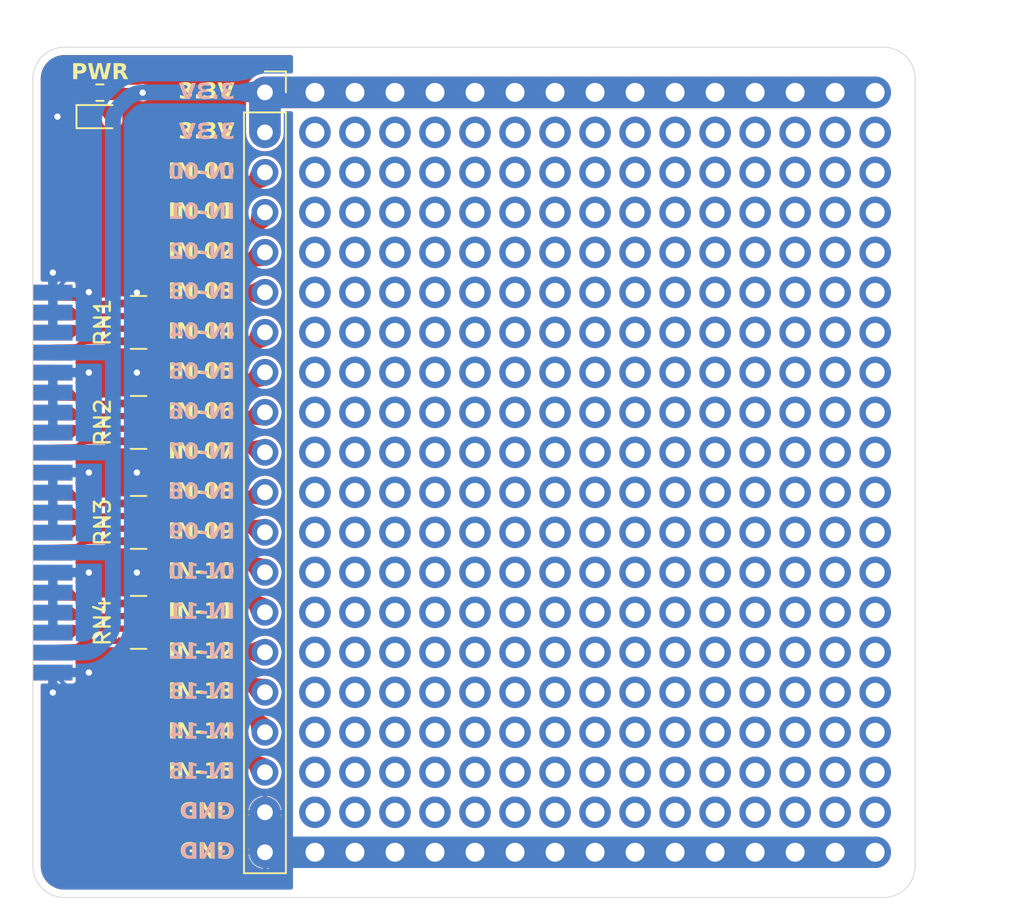
<source format=kicad_pcb>
(kicad_pcb (version 20240108) (generator "pcbnew") (generator_version "8.0")
  (layers (0 "F.Cu" signal) (31 "B.Cu" signal) (34 "B.Paste" user) (35 "F.Paste" user) (36 "B.SilkS" user "B.Silkscreen") (37 "F.SilkS" user "F.Silkscreen") (38 "B.Mask" user) (39 "F.Mask" user) (44 "Edge.Cuts" user))
  (net 0 "")
  (net 1 "GND")
  (net 2 "+3.3V")
  (net 3 "Net-(J1-Pin_25)")
  (net 4 "Net-(J1-Pin_35)")
  (net 5 "Net-(J1-Pin_5)")
  (net 6 "Net-(J1-Pin_37)")
  (net 7 "Net-(J1-Pin_23)")
  (net 8 "Net-(J1-Pin_15)")
  (net 9 "Net-(J1-Pin_31)")
  (net 10 "Net-(J1-Pin_3)")
  (net 13 "Net-(J1-Pin_1)")
  (net 14 "Net-(J1-Pin_33)")
  (net 15 "Net-(J1-Pin_11)")
  (net 17 "Net-(J1-Pin_7)")
  (net 19 "Net-(J1-Pin_17)")
  (net 20 "Net-(J1-Pin_21)")
  (net 21 "Net-(J1-Pin_27)")
  (net 22 "Net-(J1-Pin_13)")
  (net 23 "/INPUT_03")
  (net 24 "/INPUT_01")
  (net 25 "/INPUT_00")
  (net 26 "/INPUT_02")
  (net 27 "/INPUT_05")
  (net 28 "/INPUT_06")
  (net 29 "/INPUT_07")
  (net 30 "/INPUT_04")
  (net 31 "/INPUT_09")
  (net 32 "/INPUT_08")
  (net 33 "/INPUT_10")
  (net 34 "/INPUT_11")
  (net 35 "/INPUT_14")
  (net 36 "/INPUT_12")
  (net 37 "/INPUT_15")
  (net 38 "/INPUT_13")
  (net 39 "Net-(D1-A)")
  (footprint "Footprints:Protoboard_Hole" (layer "F.Cu") (at 125.857 72.375)
    (property "Reference" "REF**" (hide yes))
    (property "Value" "Protoboard_Hole" (hide yes))
  )
  (footprint "Footprints:Protoboard_Hole" (layer "F.Cu") (at 123.317 92.695)
    (property "Reference" "REF**" (hide yes))
    (property "Value" "Protoboard_Hole" (hide yes))
  )
  (footprint "Footprints:Protoboard_Hole" (layer "F.Cu") (at 143.637 95.235)
    (property "Reference" "REF**" (hide yes))
    (property "Value" "Protoboard_Hole" (hide yes))
  )
  (footprint "Footprints:Protoboard_Hole" (layer "F.Cu") (at 133.477 90.155)
    (property "Reference" "REF**" (hide yes))
    (property "Value" "Protoboard_Hole" (hide yes))
  )
  (footprint "Footprints:Protoboard_Hole" (layer "F.Cu") (at 120.777 54.595)
    (property "Reference" "REF**" (hide yes))
    (property "Value" "Protoboard_Hole" (hide yes))
  )
  (footprint "Footprints:Protoboard_Hole" (layer "F.Cu") (at 125.857 90.155)
    (property "Reference" "REF**" (hide yes))
    (property "Value" "Protoboard_Hole" (hide yes))
  )
  (footprint "Footprints:Protoboard_Hole" (layer "F.Cu") (at 148.717 69.835)
    (property "Reference" "REF**" (hide yes))
    (property "Value" "Protoboard_Hole" (hide yes))
  )
  (footprint "Footprints:Protoboard_Hole" (layer "F.Cu") (at 133.477 82.535)
    (property "Reference" "REF**" (hide yes))
    (property "Value" "Protoboard_Hole" (hide yes))
  )
  (footprint "Footprints:Protoboard_Hole" (layer "F.Cu") (at 128.397 64.755)
    (property "Reference" "REF**" (hide yes))
    (property "Value" "Protoboard_Hole" (hide yes))
  )
  (footprint "Footprints:Protoboard_Hole" (layer "F.Cu") (at 156.337 59.675)
    (property "Reference" "REF**" (hide yes))
    (property "Value" "Protoboard_Hole" (hide yes))
  )
  (footprint "Footprints:Protoboard_Hole" (layer "F.Cu") (at 146.177 85.075)
    (property "Reference" "REF**" (hide yes))
    (property "Value" "Protoboard_Hole" (hide yes))
  )
  (footprint "" (layer "F.Cu") (at 141.097 102.855)
    (property "Reference" "")
    (property "Value" "")
  )
  (footprint "Footprints:Protoboard_Hole" (layer "F.Cu") (at 125.857 79.995)
    (property "Reference" "REF**" (hide yes))
    (property "Value" "Protoboard_Hole" (hide yes))
  )
  (footprint "Footprints:Protoboard_Hole" (layer "F.Cu") (at 153.797 77.455)
    (property "Reference" "REF**" (hide yes))
    (property "Value" "Protoboard_Hole" (hide yes))
  )
  (footprint "Footprints:Protoboard_Hole" (layer "F.Cu") (at 141.097 69.835)
    (property "Reference" "REF**" (hide yes))
    (property "Value" "Protoboard_Hole" (hide yes))
  )
  (footprint "Footprints:Protoboard_Hole" (layer "F.Cu") (at 156.337 92.695)
    (property "Reference" "REF**" (hide yes))
    (property "Value" "Protoboard_Hole" (hide yes))
  )
  (footprint "Footprints:Protoboard_Hole" (layer "F.Cu") (at 130.937 69.835)
    (property "Reference" "REF**" (hide yes))
    (property "Value" "Protoboard_Hole" (hide yes))
  )
  (footprint "Footprints:Protoboard_Hole" (layer "F.Cu") (at 146.177 82.535)
    (property "Reference" "REF**" (hide yes))
    (property "Value" "Protoboard_Hole" (hide yes))
  )
  (footprint "Footprints:PinHeader_2x20_P1.27_Dual_Sided" (layer "F.Cu") (at 104.14 79.375)
    (property "Reference" "J1" (hide yes))
    (property "Value" "Interconnect")
  )
  (footprint "Footprints:Protoboard_Hole" (layer "F.Cu") (at 153.797 57.135)
    (property "Reference" "REF**" (hide yes))
    (property "Value" "Protoboard_Hole" (hide yes))
  )
  (footprint "Footprints:Protoboard_Hole" (layer "F.Cu") (at 156.337 79.995)
    (property "Reference" "REF**" (hide yes))
    (property "Value" "Protoboard_Hole" (hide yes))
  )
  (footprint "Footprints:Protoboard_Hole" (layer "F.Cu") (at 125.857 85.075)
    (property "Reference" "REF**" (hide yes))
    (property "Value" "Protoboard_Hole" (hide yes))
  )
  (footprint "Footprints:Protoboard_Hole" (layer "F.Cu") (at 143.637 59.675)
    (property "Reference" "REF**" (hide yes))
    (property "Value" "Protoboard_Hole" (hide yes))
  )
  (footprint "Footprints:Protoboard_Hole" (layer "F.Cu") (at 146.177 100.315)
    (property "Reference" "REF**" (hide yes))
    (property "Value" "Protoboard_Hole" (hide yes))
  )
  (footprint "Footprints:Protoboard_Hole" (layer "F.Cu") (at 130.937 87.615)
    (property "Reference" "REF**" (hide yes))
    (property "Value" "Protoboard_Hole" (hide yes))
  )
  (footprint "Footprints:Protoboard_Hole" (layer "F.Cu") (at 125.857 64.755)
    (property "Reference" "REF**" (hide yes))
    (property "Value" "Protoboard_Hole" (hide yes))
  )
  (footprint "Footprints:Protoboard_Hole" (layer "F.Cu") (at 138.557 95.235)
    (property "Reference" "REF**" (hide yes))
    (property "Value" "Protoboard_Hole" (hide yes))
  )
  (footprint "Footprints:Protoboard_Hole" (layer "F.Cu") (at 153.797 62.215)
    (property "Reference" "REF**" (hide yes))
    (property "Value" "Protoboard_Hole" (hide yes))
  )
  (footprint "Footprints:Protoboard_Hole" (layer "F.Cu") (at 146.177 67.295)
    (property "Reference" "REF**" (hide yes))
    (property "Value" "Protoboard_Hole" (hide yes))
  )
  (footprint "Footprints:Protoboard_Hole" (layer "F.Cu") (at 133.477 69.835)
    (property "Reference" "REF**" (hide yes))
    (property "Value" "Protoboard_Hole" (hide yes))
  )
  (footprint "Footprints:Protoboard_Hole" (layer "F.Cu") (at 151.257 100.315)
    (property "Reference" "REF**" (hide yes))
    (property "Value" "Protoboard_Hole" (hide yes))
  )
  (footprint "Footprints:Protoboard_Hole" (layer "F.Cu") (at 136.017 85.075)
    (property "Reference" "REF**" (hide yes))
    (property "Value" "Protoboard_Hole" (hide yes))
  )
  (footprint "Footprints:Protoboard_Hole" (layer "F.Cu") (at 141.097 92.695)
    (property "Reference" "REF**" (hide yes))
    (property "Value" "Protoboard_Hole" (hide yes))
  )
  (footprint "Footprints:Protoboard_Hole" (layer "F.Cu") (at 138.557 59.675)
    (property "Reference" "REF**" (hide yes))
    (property "Value" "Protoboard_Hole" (hide yes))
  )
  (footprint "Footprints:Protoboard_Hole" (layer "F.Cu") (at 153.797 74.915)
    (property "Reference" "REF**" (hide yes))
    (property "Value" "Protoboard_Hole" (hide yes))
  )
  (footprint "Footprints:Protoboard_Hole" (layer "F.Cu") (at 141.097 72.375)
    (property "Reference" "REF**" (hide yes))
    (property "Value" "Protoboard_Hole" (hide yes))
  )
  (footprint "Footprints:Protoboard_Hole" (layer "F.Cu") (at 151.257 62.215)
    (property "Reference" "REF**" (hide yes))
    (property "Value" "Protoboard_Hole" (hide yes))
  )
  (footprint "" (layer "F.Cu") (at 151.257 54.595)
    (property "Reference" "")
    (property "Value" "")
  )
  (footprint "" (layer "F.Cu") (at 148.717 102.855)
    (property "Reference" "")
    (property "Value" "")
  )
  (footprint "Footprints:Protoboard_Hole" (layer "F.Cu") (at 123.317 85.075)
    (property "Reference" "REF**" (hide yes))
    (property "Value" "Protoboard_Hole" (hide yes))
  )
  (footprint "Footprints:Protoboard_Hole" (layer "F.Cu") (at 156.337 77.455)
    (property "Reference" "REF**" (hide yes))
    (property "Value" "Protoboard_Hole" (hide yes))
  )
  (footprint "Footprints:Protoboard_Hole" (layer "F.Cu") (at 143.637 77.455)
    (property "Reference" "REF**" (hide yes))
    (property "Value" "Protoboard_Hole" (hide yes))
  )
  (footprint "Footprints:Protoboard_Hole" (layer "F.Cu") (at 123.317 95.235)
    (property "Reference" "REF**" (hide yes))
    (property "Value" "Protoboard_Hole" (hide yes))
  )
  (footprint "Footprints:Protoboard_Hole" (layer "F.Cu") (at 146.177 69.835)
    (property "Reference" "REF**" (hide yes))
    (property "Value" "Protoboard_Hole" (hide yes))
  )
  (footprint "Footprints:Protoboard_Hole" (layer "F.Cu") (at 128.397 72.375)
    (property "Reference" "REF**" (hide yes))
    (property "Value" "Protoboard_Hole" (hide yes))
  )
  (footprint "" (layer "F.Cu") (at 143.637 54.595)
    (property "Reference" "")
    (property "Value" "")
  )
  (footprint "Footprints:Protoboard_Hole" (layer "F.Cu") (at 125.857 77.455)
    (property "Reference" "REF**" (hide yes))
    (property "Value" "Protoboard_Hole" (hide yes))
  )
  (footprint "Connector_PinSocket_2.54mm:PinSocket_1x20_P2.54mm_Vertical" (layer "F.Cu") (at 117.602 54.595)
    (property "Reference" "J2" (hide yes))
    (property "Value" "Conn_Input")
  )
  (footprint "Footprints:Protoboard_Hole" (layer "F.Cu") (at 133.477 85.075)
    (property "Reference" "REF**" (hide yes))
    (property "Value" "Protoboard_Hole" (hide yes))
  )
  (footprint "" (layer "F.Cu") (at 153.797 54.595)
    (property "Reference" "")
    (property "Value" "")
  )
  (footprint "Footprints:Protoboard_Hole" (layer "F.Cu") (at 151.257 90.155)
    (property "Reference" "REF**" (hide yes))
    (property "Value" "Protoboard_Hole" (hide yes))
  )
  (footprint "Footprints:Protoboard_Hole" (layer "F.Cu") (at 148.717 95.235)
    (property "Reference" "REF**" (hide yes))
    (property "Value" "Protoboard_Hole" (hide yes))
  )
  (footprint "Footprints:Protoboard_Hole" (layer "F.Cu") (at 143.637 67.295)
    (property "Reference" "REF**" (hide yes))
    (property "Value" "Protoboard_Hole" (hide yes))
  )
  (footprint "" (layer "F.Cu") (at 138.557 102.855)
    (property "Reference" "")
    (property "Value" "")
  )
  (footprint "Footprints:Protoboard_Hole" (layer "F.Cu") (at 143.637 62.215)
    (property "Reference" "REF**" (hide yes))
    (property "Value" "Protoboard_Hole" (hide yes))
  )
  (footprint "Footprints:Protoboard_Hole" (layer "F.Cu") (at 123.317 79.995)
    (property "Reference" "REF**" (hide yes))
    (property "Value" "Protoboard_Hole" (hide yes))
  )
  (footprint "Footprints:Protoboard_Hole" (layer "F.Cu") (at 138.557 64.755)
    (property "Reference" "REF**" (hide yes))
    (property "Value" "Protoboard_Hole" (hide yes))
  )
  (footprint "Footprints:Protoboard_Hole" (layer "F.Cu") (at 125.857 92.695)
    (property "Reference" "REF**" (hide yes))
    (property "Value" "Protoboard_Hole" (hide yes))
  )
  (footprint "Footprints:Protoboard_Hole" (layer "F.Cu") (at 133.477 64.755)
    (property "Reference" "REF**" (hide yes))
    (property "Value" "Protoboard_Hole" (hide yes))
  )
  (footprint "Footprints:Protoboard_Hole" (layer "F.Cu") (at 120.777 59.675)
    (property "Reference" "REF**" (hide yes))
    (property "Value" "Protoboard_Hole" (hide yes))
  )
  (footprint "Footprints:Protoboard_Hole" (layer "F.Cu") (at 125.857 87.615)
    (property "Reference" "REF**" (hide yes))
    (property "Value" "Protoboard_Hole" (hide yes))
  )
  (footprint "Footprints:Protoboard_Hole" (layer "F.Cu") (at 123.317 100.315)
    (property "Reference" "REF**" (hide yes))
    (property "Value" "Protoboard_Hole" (hide yes))
  )
  (footprint "" (layer "F.Cu") (at 143.637 102.855)
    (property "Reference" "")
    (property "Value" "")
  )
  (footprint "Footprints:Protoboard_Hole" (layer "F.Cu") (at 130.937 85.075)
    (property "Reference" "REF**" (hide yes))
    (property "Value" "Protoboard_Hole" (hide yes))
  )
  (footprint "Footprints:Protoboard_Hole" (layer "F.Cu") (at 136.017 77.455)
    (property "Reference" "REF**" (hide yes))
    (property "Value" "Protoboard_Hole" (hide yes))
  )
  (footprint "Footprints:Protoboard_Hole" (layer "F.Cu") (at 146.177 64.755)
    (property "Reference" "REF**" (hide yes))
    (property "Value" "Protoboard_Hole" (hide yes))
  )
  (footprint "Footprints:Protoboard_Hole" (layer "F.Cu") (at 125.857 57.135)
    (property "Reference" "REF**" (hide yes))
    (property "Value" "Protoboard_Hole" (hide yes))
  )
  (footprint "Resistor_SMD:R_0603_1608Metric" (layer "F.Cu") (at 107.125 54.61 180)
    (property "Reference" "R1" (hide yes))
    (property "Value" "2K2" (hide yes))
  )
  (footprint "Footprints:Protoboard_Hole" (layer "F.Cu") (at 138.557 87.615)
    (property "Reference" "REF**" (hide yes))
    (property "Value" "Protoboard_Hole" (hide yes))
  )
  (footprint "Footprints:Protoboard_Hole" (layer "F.Cu") (at 128.397 62.215)
    (property "Reference" "REF**" (hide yes))
    (property "Value" "Protoboard_Hole" (hide yes))
  )
  (footprint "Footprints:Protoboard_Hole" (layer "F.Cu") (at 120.777 92.695)
    (property "Reference" "REF**" (hide yes))
    (property "Value" "Protoboard_Hole" (hide yes))
  )
  (footprint "Footprints:Protoboard_Hole" (layer "F.Cu") (at 130.937 67.295)
    (property "Reference" "REF**" (hide yes))
    (property "Value" "Protoboard_Hole" (hide yes))
  )
  (footprint "Footprints:Protoboard_Hole" (layer "F.Cu") (at 133.477 97.775)
    (property "Reference" "REF**" (hide yes))
    (property "Value" "Protoboard_Hole" (hide yes))
  )
  (footprint "" (layer "F.Cu") (at 136.017 102.855)
    (property "Reference" "")
    (property "Value" "")
  )
  (footprint "Footprints:Protoboard_Hole" (layer "F.Cu") (at 156.337 64.755)
    (property "Reference" "REF**" (hide yes))
    (property "Value" "Protoboard_Hole" (hide yes))
  )
  (footprint "Footprints:Protoboard_Hole" (layer "F.Cu") (at 128.397 77.455)
    (property "Reference" "REF**" (hide yes))
    (property "Value" "Protoboard_Hole" (hide yes))
  )
  (footprint "Footprints:Protoboard_Hole" (layer "F.Cu") (at 136.017 100.315)
    (property "Reference" "REF**" (hide yes))
    (property "Value" "Protoboard_Hole" (hide yes))
  )
  (footprint "Footprints:Protoboard_Hole" (layer "F.Cu") (at 138.557 67.295)
    (property "Reference" "REF**" (hide yes))
    (property "Value" "Protoboard_Hole" (hide yes))
  )
  (footprint "Footprints:Protoboard_Hole" (layer "F.Cu") (at 120.777 57.135)
    (property "Reference" "REF**" (hide yes))
    (property "Value" "Protoboard_Hole" (hide yes))
  )
  (footprint "Footprints:Protoboard_Hole" (layer "F.Cu") (at 123.317 67.295)
    (property "Reference" "REF**" (hide yes))
    (property "Value" "Protoboard_Hole" (hide yes))
  )
  (footprint "Footprints:Protoboard_Hole" (layer "F.Cu") (at 153.797 100.315)
    (property "Reference" "REF**" (hide yes))
    (property "Value" "Protoboard_Hole" (hide yes))
  )
  (footprint "Footprints:Protoboard_Hole" (layer "F.Cu") (at 120.777 77.455)
    (property "Reference" "REF**" (hide yes))
    (property "Value" "Protoboard_Hole" (hide yes))
  )
  (footprint "Footprints:Protoboard_Hole" (layer "F.Cu") (at 151.257 64.755)
    (property "Reference" "REF**" (hide yes))
    (property "Value" "Protoboard_Hole" (hide yes))
  )
  (footprint "Footprints:Protoboard_Hole" (layer "F.Cu") (at 151.257 92.695)
    (property "Reference" "REF**" (hide yes))
    (property "Value" "Protoboard_Hole" (hide yes))
  )
  (footprint "Footprints:Protoboard_Hole" (layer "F.Cu") (at 153.797 90.155)
    (property "Reference" "REF**" (hide yes))
    (property "Value" "Protoboard_Hole" (hide yes))
  )
  (footprint "Footprints:Protoboard_Hole" (layer "F.Cu") (at 156.337 97.775)
    (property "Reference" "REF**" (hide yes))
    (property "Value" "Protoboard_Hole" (hide yes))
  )
  (footprint "Footprints:Protoboard_Hole" (layer "F.Cu") (at 143.637 64.755)
    (property "Reference" "REF**" (hide yes))
    (property "Value" "Protoboard_Hole" (hide yes))
  )
  (footprint "Footprints:Protoboard_Hole" (layer "F.Cu") (at 153.797 92.695)
    (property "Reference" "REF**" (hide yes))
    (property "Value" "Protoboard_Hole" (hide yes))
  )
  (footprint "Footprints:Protoboard_Hole" (layer "F.Cu") (at 136.017 59.675)
    (property "Reference" "REF**" (hide yes))
    (property "Value" "Protoboard_Hole" (hide yes))
  )
  (footprint "Footprints:Protoboard_Hole" (layer "F.Cu") (at 120.777 69.835)
    (property "Reference" "REF**" (hide yes))
    (property "Value" "Protoboard_Hole" (hide yes))
  )
  (footprint "Footprints:Protoboard_Hole" (layer "F.Cu") (at 148.717 72.375)
    (property "Reference" "REF**" (hide yes))
    (property "Value" "Protoboard_Hole" (hide yes))
  )
  (footprint "" (layer "F.Cu") (at 125.857 54.595)
    (property "Reference" "")
    (property "Value" "")
  )
  (footprint "Footprints:Protoboard_Hole" (layer "F.Cu") (at 133.477 87.615)
    (property "Reference" "REF**" (hide yes))
    (property "Value" "Protoboard_Hole" (hide yes))
  )
  (footprint "Footprints:Protoboard_Hole" (layer "F.Cu") (at 141.097 79.995)
    (property "Reference" "REF**" (hide yes))
    (property "Value" "Protoboard_Hole" (hide yes))
  )
  (footprint "Footprints:Protoboard_Hole" (layer "F.Cu") (at 136.017 67.295)
    (property "Reference" "REF**" (hide yes))
    (property "Value" "Protoboard_Hole" (hide yes))
  )
  (footprint "Footprints:Protoboard_Hole" (layer "F.Cu") (at 148.717 62.215)
    (property "Reference" "REF**" (hide yes))
    (property "Value" "Protoboard_Hole" (hide yes))
  )
  (footprint "Footprints:Protoboard_Hole" (layer "F.Cu") (at 123.317 82.535)
    (property "Reference" "REF**" (hide yes))
    (property "Value" "Protoboard_Hole" (hide yes))
  )
  (footprint "Footprints:Protoboard_Hole" (layer "F.Cu") (at 143.637 74.915)
    (property "Reference" "REF**" (hide yes))
    (property "Value" "Protoboard_Hole" (hide yes))
  )
  (footprint "Footprints:Protoboard_Hole" (layer "F.Cu") (at 156.337 69.835)
    (property "Reference" "REF**" (hide yes))
    (property "Value" "Protoboard_Hole" (hide yes))
  )
  (footprint "Footprints:Protoboard_Hole" (layer "F.Cu") (at 146.177 79.995)
    (property "Reference" "REF**" (hide yes))
    (property "Value" "Protoboard_Hole" (hide yes))
  )
  (footprint "Footprints:Protoboard_Hole" (layer "F.Cu") (at 153.797 85.075)
    (property "Reference" "REF**" (hide yes))
    (property "Value" "Protoboard_Hole" (hide yes))
  )
  (footprint "Footprints:Protoboard_Hole" (layer "F.Cu") (at 136.017 79.995)
    (property "Reference" "REF**" (hide yes))
    (property "Value" "Protoboard_Hole" (hide yes))
  )
  (footprint "Footprints:Protoboard_Hole" (layer "F.Cu") (at 141.097 100.315)
    (property "Reference" "REF**" (hide yes))
    (property "Value" "Protoboard_Hole" (hide yes))
  )
  (footprint "Footprints:Protoboard_Hole" (layer "F.Cu") (at 128.397 69.835)
    (property "Reference" "REF**" (hide yes))
    (property "Value" "Protoboard_Hole" (hide yes))
  )
  (footprint "Footprints:Protoboard_Hole" (layer "F.Cu") (at 143.637 85.075)
    (property "Reference" "REF**" (hide yes))
    (property "Value" "Protoboard_Hole" (hide yes))
  )
  (footprint "Footprints:Protoboard_Hole" (layer "F.Cu") (at 141.097 64.755)
    (property "Reference" "REF**" (hide yes))
    (property "Value" "Protoboard_Hole" (hide yes))
  )
  (footprint "Footprints:Protoboard_Hole" (layer "F.Cu") (at 130.937 57.135)
    (property "Reference" "REF**" (hide yes))
    (property "Value" "Protoboard_Hole" (hide yes))
  )
  (footprint "Footprints:Protoboard_Hole" (layer "F.Cu") (at 146.177 97.775)
    (property "Reference" "REF**" (hide yes))
    (property "Value" "Protoboard_Hole" (hide yes))
  )
  (footprint "Footprints:Protoboard_Hole" (layer "F.Cu") (at 143.637 92.695)
    (property "Reference" "REF**" (hide yes))
    (property "Value" "Protoboard_Hole" (hide yes))
  )
  (footprint "Footprints:Protoboard_Hole" (layer "F.Cu") (at 128.397 59.675)
    (property "Reference" "REF**" (hide yes))
    (property "Value" "Protoboard_Hole" (hide yes))
  )
  (footprint "Footprints:Protoboard_Hole" (layer "F.Cu") (at 151.257 77.455)
    (property "Reference" "REF**" (hide yes))
    (property "Value" "Protoboard_Hole" (hide yes))
  )
  (footprint "Footprints:Protoboard_Hole" (layer "F.Cu") (at 128.397 67.295)
    (property "Reference" "REF**" (hide yes))
    (property "Value" "Protoboard_Hole" (hide yes))
  )
  (footprint "" (layer "F.Cu") (at 123.317 102.855)
    (property "Reference" "")
    (property "Value" "")
  )
  (footprint "Footprints:Protoboard_Hole" (layer "F.Cu") (at 125.857 97.775)
    (property "Reference" "REF**" (hide yes))
    (property "Value" "Protoboard_Hole" (hide yes))
  )
  (footprint "Footprints:Protoboard_Hole" (layer "F.Cu") (at 128.397 74.915)
    (property "Reference" "REF**" (hide yes))
    (property "Value" "Protoboard_Hole" (hide yes))
  )
  (footprint "Footprints:Protoboard_Hole" (layer "F.Cu") (at 156.337 67.295)
    (property "Reference" "REF**" (hide yes))
    (property "Value" "Protoboard_Hole" (hide yes))
  )
  (footprint "Footprints:Protoboard_Hole" (layer "F.Cu") (at 141.097 85.075)
    (property "Reference" "REF**" (hide yes))
    (property "Value" "Protoboard_Hole" (hide yes))
  )
  (footprint "Footprints:Protoboard_Hole" (layer "F.Cu") (at 133.477 72.375)
    (property "Reference" "REF**" (hide yes))
    (property "Value" "Protoboard_Hole" (hide yes))
  )
  (footprint "Footprints:Protoboard_Hole" (layer "F.Cu") (at 141.097 57.135)
    (property "Reference" "REF**" (hide yes))
    (property "Value" "Protoboard_Hole" (hide yes))
  )
  (footprint "Resistor_SMD:R_Array_Convex_4x0603" (layer "F.Cu") (at 109.582 75.554 180)
    (property "Reference" "RN2")
    (property "Value" "100K")
  )
  (footprint "Footprints:Protoboard_Hole" (layer "F.Cu") (at 123.317 62.215)
    (property "Reference" "REF**" (hide yes))
    (property "Value" "Protoboard_Hole" (hide yes))
  )
  (footprint "" (layer "F.Cu") (at 125.857 102.855)
    (property "Reference" "")
    (property "Value" "")
  )
  (footprint "" (layer "F.Cu") (at 133.477 102.855)
    (property "Reference" "")
    (property "Value" "")
  )
  (footprint "Footprints:Protoboard_Hole" (layer "F.Cu") (at 141.097 59.675)
    (property "Reference" "REF**" (hide yes))
    (property "Value" "Protoboard_Hole" (hide yes))
  )
  (footprint "Footprints:Protoboard_Hole" (layer "F.Cu") (at 128.397 95.235)
    (property "Reference" "REF**" (hide yes))
    (property "Value" "Protoboard_Hole" (hide yes))
  )
  (footprint "" (layer "F.Cu") (at 141.097 54.595)
    (property "Reference" "")
    (property "Value" "")
  )
  (footprint "Footprints:Protoboard_Hole" (layer "F.Cu") (at 156.337 82.535)
    (property "Reference" "REF**" (hide yes))
    (property "Value" "Protoboard_Hole" (hide yes))
  )
  (footprint "Footprints:Protoboard_Hole" (layer "F.Cu") (at 120.777 82.535)
    (property "Reference" "REF**" (hide yes))
    (property "Value" "Protoboard_Hole" (hide yes))
  )
  (footprint "Footprints:Protoboard_Hole" (layer "F.Cu") (at 148.717 90.155)
    (property "Reference" "REF**" (hide yes))
    (property "Value" "Protoboard_Hole" (hide yes))
  )
  (footprint "Footprints:Protoboard_Hole" (layer "F.Cu") (at 146.177 77.455)
    (property "Reference" "REF**" (hide yes))
    (property "Value" "Protoboard_Hole" (hide yes))
  )
  (footprint "Footprints:Protoboard_Hole" (layer "F.Cu") (at 151.257 87.615)
    (property "Reference" "REF**" (hide yes))
    (property "Value" "Protoboard_Hole" (hide yes))
  )
  (footprint "Footprints:Protoboard_Hole" (layer "F.Cu") (at 151.257 59.675)
    (property "Reference" "REF**" (hide yes))
    (property "Value" "Protoboard_Hole" (hide yes))
  )
  (footprint "Footprints:Protoboard_Hole" (layer "F.Cu") (at 143.637 90.155)
    (property "Reference" "REF**" (hide yes))
    (property "Value" "Protoboard_Hole" (hide yes))
  )
  (footprint "Footprints:Protoboard_Hole" (layer "F.Cu") (at 153.797 95.235)
    (property "Reference" "REF**" (hide yes))
    (property "Value" "Protoboard_Hole" (hide yes))
  )
  (footprint "Footprints:Protoboard_Hole" (layer "F.Cu") (at 138.557 85.075)
    (property "Reference" "REF**" (hide yes))
    (property "Value" "Protoboard_Hole" (hide yes))
  )
  (footprint "Footprints:Protoboard_Hole" (layer "F.Cu") (at 125.857 95.235)
    (property "Reference" "REF**" (hide yes))
    (property "Value" "Protoboard_Hole" (hide yes))
  )
  (footprint "Footprints:Protoboard_Hole" (layer "F.Cu") (at 143.637 69.835)
    (property "Reference" "REF**" (hide yes))
    (property "Value" "Protoboard_Hole" (hide yes))
  )
  (footprint "Footprints:Protoboard_Hole" (layer "F.Cu") (at 123.317 64.755)
    (property "Reference" "REF**" (hide yes))
    (property "Value" "Protoboard_Hole" (hide yes))
  )
  (footprint "Footprints:Protoboard_Hole" (layer "F.Cu") (at 128.397 92.695)
    (property "Reference" "REF**" (hide yes))
    (property "Value" "Protoboard_Hole" (hide yes))
  )
  (footprint "Footprints:Protoboard_Hole" (layer "F.Cu") (at 156.337 100.315)
    (property "Reference" "REF**" (hide yes))
    (property "Value" "Protoboard_Hole" (hide yes))
  )
  (footprint "" (layer "F.Cu") (at 133.477 54.595)
    (property "Reference" "")
    (property "Value" "")
  )
  (footprint "Footprints:Protoboard_Hole" (layer "F.Cu") (at 136.017 87.615)
    (property "Reference" "REF**" (hide yes))
    (property "Value" "Protoboard_Hole" (hide yes))
  )
  (footprint "Footprints:Protoboard_Hole" (layer "F.Cu") (at 123.317 87.615)
    (property "Reference" "REF**" (hide yes))
    (property "Value" "Protoboard_Hole" (hide yes))
  )
  (footprint "Footprints:Protoboard_Hole" (layer "F.Cu") (at 156.337 57.135)
    (property "Reference" "REF**" (hide yes))
    (property "Value" "Protoboard_Hole" (hide yes))
  )
  (footprint "Footprints:Protoboard_Hole" (layer "F.Cu") (at 156.337 72.375)
    (property "Reference" "REF**" (hide yes))
    (property "Value" "Protoboard_Hole" (hide yes))
  )
  (footprint "Footprints:Protoboard_Hole" (layer "F.Cu") (at 151.257 57.135)
    (property "Reference" "REF**" (hide yes))
    (property "Value" "Protoboard_Hole" (hide yes))
  )
  (footprint "Footprints:Protoboard_Hole" (layer "F.Cu") (at 133.477 77.455)
    (property "Reference" "REF**" (hide yes))
    (property "Value" "Protoboard_Hole" (hide yes))
  )
  (footprint "Footprints:Protoboard_Hole" (layer "F.Cu") (at 120.777 85.075)
    (property "Reference" "REF**" (hide yes))
    (property "Value" "Protoboard_Hole" (hide yes))
  )
  (footprint "Footprints:Protoboard_Hole" (layer "F.Cu") (at 123.317 69.835)
    (property "Reference" "REF**" (hide yes))
    (property "Value" "Protoboard_Hole" (hide yes))
  )
  (footprint "" (layer "F.Cu") (at 151.257 102.855)
    (property "Reference" "")
    (property "Value" "")
  )
  (footprint "Footprints:Protoboard_Hole" (layer "F.Cu") (at 146.177 62.215)
    (property "Reference" "REF**" (hide yes))
    (property "Value" "Protoboard_Hole" (hide yes))
  )
  (footprint "Footprints:Protoboard_Hole" (layer "F.Cu") (at 128.397 100.315)
    (property "Reference" "REF**" (hide yes))
    (property "Value" "Protoboard_Hole" (hide yes))
  )
  (footprint "Footprints:Protoboard_Hole" (layer "F.Cu") (at 151.257 79.995)
    (property "Reference" "REF**" (hide yes))
    (property "Value" "Protoboard_Hole" (hide yes))
  )
  (footprint "Footprints:Protoboard_Hole" (layer "F.Cu") (at 130.937 97.775)
    (property "Reference" "REF**" (hide yes))
    (property "Value" "Protoboard_Hole" (hide yes))
  )
  (footprint "Footprints:Protoboard_Hole" (layer "F.Cu") (at 130.937 59.675)
    (property "Reference" "REF**" (hide yes))
    (property "Value" "Protoboard_Hole" (hide yes))
  )
  (footprint "Footprints:Protoboard_Hole" (layer "F.Cu") (at 130.937 72.375)
    (property "Reference" "REF**" (hide yes))
    (property "Value" "Protoboard_Hole" (hide yes))
  )
  (footprint "Footprints:Protoboard_Hole" (layer "F.Cu") (at 141.097 87.615)
    (property "Reference" "REF**" (hide yes))
    (property "Value" "Protoboard_Hole" (hide yes))
  )
  (footprint "Footprints:Protoboard_Hole" (layer "F.Cu") (at 120.777 87.615)
    (property "Reference" "REF**" (hide yes))
    (property "Value" "Protoboard_Hole" (hide yes))
  )
  (footprint "Footprints:Protoboard_Hole" (layer "F.Cu") (at 148.717 97.775)
    (property "Reference" "REF**" (hide yes))
    (property "Value" "Protoboard_Hole" (hide yes))
  )
  (footprint "Footprints:Protoboard_Hole" (layer "F.Cu") (at 130.937 62.215)
    (property "Reference" "REF**" (hide yes))
    (property "Value" "Protoboard_Hole" (hide yes))
  )
  (footprint "Footprints:Protoboard_Hole" (layer "F.Cu") (at 141.097 62.215)
    (property "Reference" "REF**" (hide yes))
    (property "Value" "Protoboard_Hole" (hide yes))
  )
  (footprint "Footprints:Protoboard_Hole" (layer "F.Cu") (at 133.477 59.675)
    (property "Reference" "REF**" (hide yes))
    (property "Value" "Protoboard_Hole" (hide yes))
  )
  (footprint "Footprints:Protoboard_Hole" (layer "F.Cu") (at 138.557 69.835)
    (property "Reference" "REF**" (hide yes))
    (property "Value" "Protoboard_Hole" (hide yes))
  )
  (footprint "Footprints:Protoboard_Hole" (layer "F.Cu") (at 130.937 92.695)
    (property "Reference" "REF**" (hide yes))
    (property "Value" "Protoboard_Hole" (hide yes))
  )
  (footprint "Footprints:Protoboard_Hole" (layer "F.Cu") (at 148.717 77.455)
    (property "Reference" "REF**" (hide yes))
    (property "Value" "Protoboard_Hole" (hide yes))
  )
  (footprint "Footprints:Protoboard_Hole" (layer "F.Cu") (at 125.857 69.835)
    (property "Reference" "REF**" (hide yes))
    (property "Value" "Protoboard_Hole" (hide yes))
  )
  (footprint "Footprints:Protoboard_Hole" (layer "F.Cu") (at 120.777 67.295)
    (property "Reference" "REF**" (hide yes))
    (property "Value" "Protoboard_Hole" (hide yes))
  )
  (footprint "Footprints:Protoboard_Hole" (layer "F.Cu") (at 120.777 72.375)
    (property "Reference" "REF**" (hide yes))
    (property "Value" "Protoboard_Hole" (hide yes))
  )
  (footprint "Footprints:Protoboard_Hole" (layer "F.Cu") (at 148.717 82.535)
    (property "Reference" "REF**" (hide yes))
    (property "Value" "Protoboard_Hole" (hide yes))
  )
  (footprint "Resistor_SMD:R_Array_Convex_4x0603" (layer "F.Cu") (at 109.582 88.254 180)
    (property "Reference" "RN4")
    (property "Value" "100K")
  )
  (footprint "Footprints:Protoboard_Hole" (layer "F.Cu") (at 133.477 100.315)
    (property "Reference" "REF**" (hide yes))
    (property "Value" "Protoboard_Hole" (hide yes))
  )
  (footprint "" (layer "F.Cu") (at 146.177 54.595)
    (property "Reference" "")
    (property "Value" "")
  )
  (footprint "Footprints:Protoboard_Hole" (layer "F.Cu") (at 120.777 62.215)
    (property "Reference" "REF**" (hide yes))
    (property "Value" "Protoboard_Hole" (hide yes))
  )
  (footprint "Footprints:Protoboard_Hole" (layer "F.Cu") (at 148.717 57.135)
    (property "Reference" "REF**" (hide yes))
    (property "Value" "Protoboard_Hole" (hide yes))
  )
  (footprint "Footprints:Protoboard_Hole" (layer "F.Cu") (at 153.797 82.535)
    (property "Reference" "REF**" (hide yes))
    (property "Value" "Protoboard_Hole" (hide yes))
  )
  (footprint "Footprints:Protoboard_Hole" (layer "F.Cu") (at 153.797 87.615)
    (property "Reference" "REF**" (hide yes))
    (property "Value" "Protoboard_Hole" (hide yes))
  )
  (footprint "Footprints:Protoboard_Hole" (layer "F.Cu") (at 125.857 62.215)
    (property "Reference" "REF**" (hide yes))
    (property "Value" "Protoboard_Hole" (hide yes))
  )
  (footprint "Footprints:Protoboard_Hole" (layer "F.Cu") (at 120.777 95.235)
    (property "Reference" "REF**" (hide yes))
    (property "Value" "Protoboard_Hole" (hide yes))
  )
  (footprint "" (layer "F.Cu") (at 156.337 54.595)
    (property "Reference" "")
    (property "Value" "")
  )
  (footprint "Footprints:Protoboard_Hole" (layer "F.Cu") (at 136.017 64.755)
    (property "Reference" "REF**" (hide yes))
    (property "Value" "Protoboard_Hole" (hide yes))
  )
  (footprint "Footprints:Protoboard_Hole" (layer "F.Cu") (at 130.937 100.315)
    (property "Reference" "REF**" (hide yes))
    (property "Value" "Protoboard_Hole" (hide yes))
  )
  (footprint "Footprints:Protoboard_Hole" (layer "F.Cu") (at 123.317 59.675)
    (property "Reference" "REF**" (hide yes))
    (property "Value" "Protoboard_Hole" (hide yes))
  )
  (footprint "Footprints:Protoboard_Hole" (layer "F.Cu") (at 128.397 87.615)
    (property "Reference" "REF**" (hide yes))
    (property "Value" "Protoboard_Hole" (hide yes))
  )
  (footprint "Footprints:Protoboard_Hole" (layer "F.Cu") (at 148.717 85.075)
    (property "Reference" "REF**" (hide yes))
    (property "Value" "Protoboard_Hole" (hide yes))
  )
  (footprint "Footprints:Protoboard_Hole" (layer "F.Cu") (at 143.637 87.615)
    (property "Reference" "REF**" (hide yes))
    (property "Value" "Protoboard_Hole" (hide yes))
  )
  (footprint "Footprints:Protoboard_Hole" (layer "F.Cu") (at 148.717 92.695)
    (property "Reference" "REF**" (hide yes))
    (property "Value" "Protoboard_Hole" (hide yes))
  )
  (footprint "Footprints:Protoboard_Hole" (layer "F.Cu") (at 123.317 57.135)
    (property "Reference" "REF**" (hide yes))
    (property "Value" "Protoboard_Hole" (hide yes))
  )
  (footprint "Footprints:Protoboard_Hole" (layer "F.Cu") (at 153.797 72.375)
    (property "Reference" "REF**" (hide yes))
    (property "Value" "Protoboard_Hole" (hide yes))
  )
  (footprint "Footprints:Protoboard_Hole" (layer "F.Cu") (at 130.937 79.995)
    (property "Reference" "REF**" (hide yes))
    (property "Value" "Protoboard_Hole" (hide yes))
  )
  (footprint "Footprints:Protoboard_Hole" (layer "F.Cu") (at 123.317 77.455)
    (property "Reference" "REF**" (hide yes))
    (property "Value" "Protoboard_Hole" (hide yes))
  )
  (footprint "Footprints:Protoboard_Hole" (layer "F.Cu") (at 141.097 77.455)
    (property "Reference" "REF**" (hide yes))
    (property "Value" "Protoboard_Hole" (hide yes))
  )
  (footprint "Footprints:Protoboard_Hole" (layer "F.Cu") (at 153.797 79.995)
    (property "Reference" "REF**" (hide yes))
    (property "Value" "Protoboard_Hole" (hide yes))
  )
  (footprint "Footprints:Protoboard_Hole" (layer "F.Cu") (at 146.177 87.615)
    (property "Reference" "REF**" (hide yes))
    (property "Value" "Protoboard_Hole" (hide yes))
  )
  (footprint "Footprints:Protoboard_Hole" (layer "F.Cu") (at 153.797 69.835)
    (property "Reference" "REF**" (hide yes))
    (property "Value" "Protoboard_Hole" (hide yes))
  )
  (footprint "Footprints:Protoboard_Hole" (layer "F.Cu") (at 136.017 57.135)
    (property "Reference" "REF**" (hide yes))
    (property "Value" "Protoboard_Hole" (hide yes))
  )
  (footprint "Footprints:Protoboard_Hole" (layer "F.Cu") (at 143.637 72.375)
    (property "Reference" "REF**" (hide yes))
    (property "Value" "Protoboard_Hole" (hide yes))
  )
  (footprint "Footprints:Protoboard_Hole" (layer "F.Cu") (at 123.317 72.375)
    (property "Reference" "REF**" (hide yes))
    (property "Value" "Protoboard_Hole" (hide yes))
  )
  (footprint "Footprints:Protoboard_Hole" (layer "F.Cu") (at 146.177 74.915)
    (property "Reference" "REF**" (hide yes))
    (property "Value" "Protoboard_Hole" (hide yes))
  )
  (footprint "Footprints:Protoboard_Hole" (layer "F.Cu") (at 120.777 74.915)
    (property "Reference" "REF**" (hide yes))
    (property "Value" "Protoboard_Hole" (hide yes))
  )
  (footprint "Footprints:Protoboard_Hole" (layer "F.Cu") (at 128.397 97.775)
    (property "Reference" "REF**" (hide yes))
    (property "Value" "Protoboard_Hole" (hide yes))
  )
  (footprint "Footprints:Protoboard_Hole" (layer "F.Cu") (at 136.017 92.695)
    (property "Reference" "REF**" (hide yes))
    (property "Value" "Protoboard_Hole" (hide yes))
  )
  (footprint "" (layer "F.Cu") (at 138.557 54.595)
    (property "Reference" "")
    (property "Value" "")
  )
  (footprint "Footprints:Protoboard_Hole" (layer "F.Cu") (at 136.017 95.235)
    (property "Reference" "REF**" (hide yes))
    (property "Value" "Protoboard_Hole" (hide yes))
  )
  (footprint "Footprints:Protoboard_Hole" (layer "F.Cu") (at 156.337 90.155)
    (property "Reference" "REF**" (hide yes))
    (property "Value" "Protoboard_Hole" (hide yes))
  )
  (footprint "Footprints:Protoboard_Hole" (layer "F.Cu") (at 125.857 67.295)
    (property "Reference" "REF**" (hide yes))
    (property "Value" "Protoboard_Hole" (hide yes))
  )
  (footprint "Footprints:Protoboard_Hole" (layer "F.Cu") (at 125.857 82.535)
    (property "Reference" "REF**" (hide yes))
    (property "Value" "Protoboard_Hole" (hide yes))
  )
  (footprint "Footprints:Protoboard_Hole" (layer "F.Cu") (at 141.097 82.535)
    (property "Reference" "REF**" (hide yes))
    (property "Value" "Protoboard_Hole" (hide yes))
  )
  (footprint "Footprints:Protoboard_Hole" (layer "F.Cu") (at 151.257 72.375)
    (property "Reference" "REF**" (hide yes))
    (property "Value" "Protoboard_Hole" (hide yes))
  )
  (footprint "Footprints:Protoboard_Hole" (layer "F.Cu") (at 151.257 67.295)
    (property "Reference" "REF**" (hide yes))
    (property "Value" "Protoboard_Hole" (hide yes))
  )
  (footprint "Footprints:Protoboard_Hole" (layer "F.Cu") (at 156.337 74.915)
    (property "Reference" "REF**" (hide yes))
    (property "Value" "Protoboard_Hole" (hide yes))
  )
  (footprint "Footprints:Protoboard_Hole" (layer "F.Cu") (at 151.257 85.075)
    (property "Reference" "REF**" (hide yes))
    (property "Value" "Protoboard_Hole" (hide yes))
  )
  (footprint "Footprints:Protoboard_Hole" (layer "F.Cu") (at 133.477 57.135)
    (property "Reference" "REF**" (hide yes))
    (property "Value" "Protoboard_Hole" (hide yes))
  )
  (footprint "Footprints:Protoboard_Hole" (layer "F.Cu") (at 128.397 79.995)
    (property "Reference" "REF**" (hide yes))
    (property "Value" "Protoboard_Hole" (hide yes))
  )
  (footprint "Footprints:Protoboard_Hole" (layer "F.Cu") (at 128.397 57.135)
    (property "Reference" "REF**" (hide yes))
    (property "Value" "Protoboard_Hole" (hide yes))
  )
  (footprint "Footprints:Protoboard_Hole" (layer "F.Cu") (at 123.317 90.155)
    (property "Reference" "REF**" (hide yes))
    (property "Value" "Protoboard_Hole" (hide yes))
  )
  (footprint "Footprints:Protoboard_Hole" (layer "F.Cu") (at 148.717 87.615)
    (property "Reference" "REF**" (hide yes))
    (property "Value" "Protoboard_Hole" (hide yes))
  )
  (footprint "" (layer "F.Cu") (at 136.017 54.595)
    (property "Reference" "")
    (property "Value" "")
  )
  (footprint "Footprints:Protoboard_Hole" (layer "F.Cu") (at 120.777 64.755)
    (property "Reference" "REF**" (hide yes))
    (property "Value" "Protoboard_Hole" (hide yes))
  )
  (footprint "Footprints:Protoboard_Hole" (layer "F.Cu") (at 148.717 100.315)
    (property "Reference" "REF**" (hide yes))
    (property "Value" "Protoboard_Hole" (hide yes))
  )
  (footprint "Footprints:Protoboard_Hole" (layer "F.Cu") (at 153.797 97.775)
    (property "Reference" "REF**" (hide yes))
    (property "Value" "Protoboard_Hole" (hide yes))
  )
  (footprint "Footprints:Protoboard_Hole" (layer "F.Cu") (at 143.637 100.315)
    (property "Reference" "REF**" (hide yes))
    (property "Value" "Protoboard_Hole" (hide yes))
  )
  (footprint "Footprints:Protoboard_Hole" (layer "F.Cu") (at 146.177 57.135)
    (property "Reference" "REF**" (hide yes))
    (property "Value" "Protoboard_Hole" (hide yes))
  )
  (footprint "" (layer "F.Cu") (at 123.317 54.595)
    (property "Reference" "")
    (property "Value" "")
  )
  (footprint "Footprints:Protoboard_Hole" (layer "F.Cu") (at 148.717 67.295)
    (property "Reference" "REF**" (hide yes))
    (property "Value" "Protoboard_Hole" (hide yes))
  )
  (footprint "Footprints:Protoboard_Hole" (layer "F.Cu") (at 153.797 64.755)
    (property "Reference" "REF**" (hide yes))
    (property "Value" "Protoboard_Hole" (hide yes))
  )
  (footprint "Footprints:Protoboard_Hole" (layer "F.Cu") (at 151.257 69.835)
    (property "Reference" "REF**" (hide yes))
    (property "Value" "Protoboard_Hole" (hide yes))
  )
  (footprint "Footprints:Protoboard_Hole" (layer "F.Cu") (at 143.637 97.775)
    (property "Reference" "REF**" (hide yes))
    (property "Value" "Protoboard_Hole" (hide yes))
  )
  (footprint "Footprints:Protoboard_Hole" (layer "F.Cu") (at 138.557 72.375)
    (property "Reference" "REF**" (hide yes))
    (property "Value" "Protoboard_Hole" (hide yes))
  )
  (footprint "Footprints:Protoboard_Hole" (layer "F.Cu") (at 136.017 97.775)
    (property "Reference" "REF**" (hide yes))
    (property "Value" "Protoboard_Hole" (hide yes))
  )
  (footprint "Footprints:Protoboard_Hole" (layer "F.Cu") (at 151.257 74.915)
    (property "Reference" "REF**" (hide yes))
    (property "Value" "Protoboard_Hole" (hide yes))
  )
  (footprint "Footprints:Protoboard_Hole" (layer "F.Cu") (at 143.637 82.535)
    (property "Reference" "REF**" (hide yes))
    (property "Value" "Protoboard_Hole" (hide yes))
  )
  (footprint "Footprints:Protoboard_Hole" (layer "F.Cu") (at 143.637 79.995)
    (property "Reference" "REF**" (hide yes))
    (property "Value" "Protoboard_Hole" (hide yes))
  )
  (footprint "Footprints:Protoboard_Hole" (layer "F.Cu") (at 130.937 74.915)
    (property "Reference" "REF**" (hide yes))
    (property "Value" "Protoboard_Hole" (hide yes))
  )
  (footprint "Footprints:Protoboard_Hole" (layer "F.Cu") (at 141.097 95.235)
    (property "Reference" "REF**" (hide yes))
    (property "Value" "Protoboard_Hole" (hide yes))
  )
  (footprint "Footprints:Protoboard_Hole" (layer "F.Cu") (at 136.017 82.535)
    (property "Reference" "REF**" (hide yes))
    (property "Value" "Protoboard_Hole" (hide yes))
  )
  (footprint "Footprints:Protoboard_Hole" (layer "F.Cu") (at 148.717 74.915)
    (property "Reference" "REF**" (hide yes))
    (property "Value" "Protoboard_Hole" (hide yes))
  )
  (footprint "Footprints:Protoboard_Hole" (layer "F.Cu") (at 123.317 74.915)
    (property "Reference" "REF**" (hide yes))
    (property "Value" "Protoboard_Hole" (hide yes))
  )
  (footprint "Footprints:Protoboard_Hole" (layer "F.Cu") (at 146.177 90.155)
    (property "Reference" "REF**" (hide yes))
    (property "Value" "Protoboard_Hole" (hide yes))
  )
  (footprint "Footprints:Protoboard_Hole" (layer "F.Cu") (at 120.777 97.775)
    (property "Reference" "REF**" (hide yes))
    (property "Value" "Protoboard_Hole" (hide yes))
  )
  (footprint "Footprints:Protoboard_Hole" (layer "F.Cu") (at 156.337 85.075)
    (property "Reference" "REF**" (hide yes))
    (property "Value" "Protoboard_Hole" (hide yes))
  )
  (footprint "Footprints:Protoboard_Hole" (layer "F.Cu") (at 138.557 90.155)
    (property "Reference" "REF**" (hide yes))
    (property "Value" "Protoboard_Hole" (hide yes))
  )
  (footprint "Footprints:Protoboard_Hole" (layer "F.Cu") (at 136.017 74.915)
    (property "Reference" "REF**" (hide yes))
    (property "Value" "Protoboard_Hole" (hide yes))
  )
  (footprint "Footprints:Protoboard_Hole" (layer "F.Cu") (at 130.937 82.535)
    (property "Reference" "REF**" (hide yes))
    (property "Value" "Protoboard_Hole" (hide yes))
  )
  (footprint "Footprints:Protoboard_Hole" (layer "F.Cu") (at 151.257 97.775)
    (property "Reference" "REF**" (hide yes))
    (property "Value" "Protoboard_Hole" (hide yes))
  )
  (footprint "Footprints:Protoboard_Hole" (layer "F.Cu") (at 136.017 72.375)
    (property "Reference" "REF**" (hide yes))
    (property "Value" "Protoboard_Hole" (hide yes))
  )
  (footprint "Footprints:Protoboard_Hole" (layer "F.Cu") (at 128.397 82.535)
    (property "Reference" "REF**" (hide yes))
    (property "Value" "Protoboard_Hole" (hide yes))
  )
  (footprint "" (layer "F.Cu") (at 146.177 102.855)
    (property "Reference" "")
    (property "Value" "")
  )
  (footprint "Footprints:Protoboard_Hole" (layer "F.Cu") (at 125.857 100.315)
    (property "Reference" "REF**" (hide yes))
    (property "Value" "Protoboard_Hole" (hide yes))
  )
  (footprint "Footprints:Protoboard_Hole" (layer "F.Cu") (at 141.097 74.915)
    (property "Reference" "REF**" (hide yes))
    (property "Value" "Protoboard_Hole" (hide yes))
  )
  (footprint "Resistor_SMD:R_Array_Convex_4x0603" (layer "F.Cu") (at 109.582 69.204 180)
    (property "Reference" "RN1")
    (property "Value" "100K")
  )
  (footprint "Footprints:Protoboard_Hole" (layer "F.Cu") (at 151.257 82.535)
    (property "Reference" "REF**" (hide yes))
    (property "Value" "Protoboard_Hole" (hide yes))
  )
  (footprint "Footprints:Protoboard_Hole" (layer "F.Cu") (at 138.557 79.995)
    (property "Reference" "REF**" (hide yes))
    (property "Value" "Protoboard_Hole" (hide yes))
  )
  (footprint "Footprints:Protoboard_Hole" (layer "F.Cu") (at 146.177 72.375)
    (property "Reference" "REF**" (hide yes))
    (property "Value" "Protoboard_Hole" (hide yes))
  )
  (footprint "Footprints:Protoboard_Hole" (layer "F.Cu") (at 146.177 59.675)
    (property "Reference" "REF**" (hide yes))
    (property "Value" "Protoboard_Hole" (hide yes))
  )
  (footprint "Footprints:Protoboard_Hole" (layer "F.Cu") (at 138.557 97.775)
    (property "Reference" "REF**" (hide yes))
    (property "Value" "Protoboard_Hole" (hide yes))
  )
  (footprint "Footprints:Protoboard_Hole" (layer "F.Cu") (at 138.557 74.915)
    (property "Reference" "REF**" (hide yes))
    (property "Value" "Protoboard_Hole" (hide yes))
  )
  (footprint "Footprints:Protoboard_Hole" (layer "F.Cu") (at 133.477 92.695)
    (property "Reference" "REF**" (hide yes))
    (property "Value" "Protoboard_Hole" (hide yes))
  )
  (footprint "Footprints:Protoboard_Hole" (layer "F.Cu") (at 141.097 90.155)
    (property "Reference" "REF**" (hide yes))
    (property "Value" "Protoboard_Hole" (hide yes))
  )
  (footprint "Footprints:Protoboard_Hole" (layer "F.Cu") (at 156.337 62.215)
    (property "Reference" "REF**" (hide yes))
    (property "Value" "Protoboard_Hole" (hide yes))
  )
  (footprint "Footprints:Protoboard_Hole" (layer "F.Cu") (at 138.557 77.455)
    (property "Reference" "REF**" (hide yes))
    (property "Value" "Protoboard_Hole" (hide yes))
  )
  (footprint "Footprints:Protoboard_Hole" (layer "F.Cu") (at 130.937 64.755)
    (property "Reference" "REF**" (hide yes))
    (property "Value" "Protoboard_Hole" (hide yes))
  )
  (footprint "Footprints:Protoboard_Hole" (layer "F.Cu") (at 146.177 95.235)
    (property "Reference" "REF**" (hide yes))
    (property "Value" "Protoboard_Hole" (hide yes))
  )
  (footprint "Footprints:Protoboard_Hole" (layer "F.Cu") (at 128.397 90.155)
    (property "Reference" "REF**" (hide yes))
    (property "Value" "Protoboard_Hole" (hide yes))
  )
  (footprint "" (layer "F.Cu") (at 148.717 54.595)
    (property "Reference" "")
    (property "Value" "")
  )
  (footprint "Footprints:Protoboard_Hole" (layer "F.Cu") (at 136.017 62.215)
    (property "Reference" "REF**" (hide yes))
    (property "Value" "Protoboard_Hole" (hide yes))
  )
  (footprint "LED_SMD:LED_0603_1608Metric" (layer "F.Cu") (at 107.125 56.134)
    (property "Reference" "D1" (hide yes))
    (property "Value" "PWR" (hide yes))
  )
  (footprint "Footprints:Protoboard_Hole" (layer "F.Cu") (at 133.477 95.235)
    (property "Reference" "REF**" (hide yes))
    (property "Value" "Protoboard_Hole" (hide yes))
  )
  (footprint "Footprints:Protoboard_Hole" (layer "F.Cu") (at 120.777 79.995)
    (property "Reference" "REF**" (hide yes))
    (property "Value" "Protoboard_Hole" (hide yes))
  )
  (footprint "Footprints:Protoboard_Hole" (layer "F.Cu") (at 120.777 90.155)
    (property "Reference" "REF**" (hide yes))
    (property "Value" "Protoboard_Hole" (hide yes))
  )
  (footprint "Resistor_SMD:R_Array_Convex_4x0603" (layer "F.Cu") (at 109.582 81.904 180)
    (property "Reference" "RN3")
    (property "Value" "100K")
  )
  (footprint "Footprints:Protoboard_Hole" (layer "F.Cu") (at 136.017 69.835)
    (property "Reference" "REF**" (hide yes))
    (property "Value" "Protoboard_Hole" (hide yes))
  )
  (footprint "Footprints:Protoboard_Hole" (layer "F.Cu") (at 156.337 87.615)
    (property "Reference" "REF**" (hide yes))
    (property "Value" "Protoboard_Hole" (hide yes))
  )
  (footprint "Footprints:Protoboard_Hole" (layer "F.Cu") (at 120.777 100.315)
    (property "Reference" "REF**" (hide yes))
    (property "Value" "Protoboard_Hole" (hide yes))
  )
  (footprint "Footprints:Protoboard_Hole" (layer "F.Cu") (at 151.257 95.235)
    (property "Reference" "REF**" (hide yes))
    (property "Value" "Protoboard_Hole" (hide yes))
  )
  (footprint "Footprints:Protoboard_Hole" (layer "F.Cu") (at 141.097 97.775)
    (property "Reference" "REF**" (hide yes))
    (property "Value" "Protoboard_Hole" (hide yes))
  )
  (footprint "Footprints:Protoboard_Hole" (layer "F.Cu") (at 130.937 90.155)
    (property "Reference" "REF**" (hide yes))
    (property "Value" "Protoboard_Hole" (hide yes))
  )
  (footprint "Footprints:Protoboard_Hole" (layer "F.Cu") (at 148.717 79.995)
    (property "Reference" "REF**" (hide yes))
    (property "Value" "Protoboard_Hole" (hide yes))
  )
  (footprint "Footprints:Protoboard_Hole" (layer "F.Cu") (at 130.937 77.455)
    (property "Reference" "REF**" (hide yes))
    (property "Value" "Protoboard_Hole" (hide yes))
  )
  (footprint "Footprints:Protoboard_Hole" (layer "F.Cu") (at 156.337 95.235)
    (property "Reference" "REF**" (hide yes))
    (property "Value" "Protoboard_Hole" (hide yes))
  )
  (footprint "Footprints:Protoboard_Hole" (layer "F.Cu") (at 143.637 57.135)
    (property "Reference" "REF**" (hide yes))
    (property "Value" "Protoboard_Hole" (hide yes))
  )
  (footprint "Footprints:Protoboard_Hole" (layer "F.Cu") (at 130.937 95.235)
    (property "Reference" "REF**" (hide yes))
    (property "Value" "Protoboard_Hole" (hide yes))
  )
  (footprint "Footprints:Protoboard_Hole" (layer "F.Cu") (at 141.097 67.295)
    (property "Reference" "REF**" (hide yes))
    (property "Value" "Protoboard_Hole" (hide yes))
  )
  (footprint "" (layer "F.Cu") (at 153.797 102.855)
    (property "Reference" "")
    (property "Value" "")
  )
  (footprint "" (layer "F.Cu") (at 130.937 102.855)
    (property "Reference" "")
    (property "Value" "")
  )
  (footprint "" (layer "F.Cu") (at 130.937 54.595)
    (property "Reference" "")
    (property "Value" "")
  )
  (footprint "" (layer "F.Cu") (at 120.777 102.855)
    (property "Reference" "")
    (property "Value" "")
  )
  (footprint "Footprints:Protoboard_Hole" (layer "F.Cu") (at 133.477 74.915)
    (property "Reference" "REF**" (hide yes))
    (property "Value" "Protoboard_Hole" (hide yes))
  )
  (footprint "" (layer "F.Cu") (at 128.397 54.595)
    (property "Reference" "")
    (property "Value" "")
  )
  (footprint "Footprints:Protoboard_Hole" (layer "F.Cu") (at 148.717 59.675)
    (property "Reference" "REF**" (hide yes))
    (property "Value" "Protoboard_Hole" (hide yes))
  )
  (footprint "Footprints:Protoboard_Hole" (layer "F.Cu") (at 125.857 59.675)
    (property "Reference" "REF**" (hide yes))
    (property "Value" "Protoboard_Hole" (hide yes))
  )
  (footprint "Footprints:Protoboard_Hole" (layer "F.Cu") (at 138.557 92.695)
    (property "Reference" "REF**" (hide yes))
    (property "Value" "Protoboard_Hole" (hide yes))
  )
  (footprint "Footprints:Protoboard_Hole" (layer "F.Cu") (at 136.017 90.155)
    (property "Reference" "REF**" (hide yes))
    (property "Value" "Protoboard_Hole" (hide yes))
  )
  (footprint "" (layer "F.Cu") (at 156.337 102.855)
    (property "Reference" "")
    (property "Value" "")
  )
  (footprint "Footprints:Protoboard_Hole" (layer "F.Cu") (at 138.557 82.535)
    (property "Reference" "REF**" (hide yes))
    (property "Value" "Protoboard_Hole" (hide yes))
  )
  (footprint "Footprints:Protoboard_Hole" (layer "F.Cu") (at 148.717 64.755)
    (property "Reference" "REF**" (hide yes))
    (property "Value" "Protoboard_Hole" (hide yes))
  )
  (footprint "Footprints:Protoboard_Hole" (layer "F.Cu") (at 138.557 57.135)
    (property "Reference" "REF**" (hide yes))
    (property "Value" "Protoboard_Hole" (hide yes))
  )
  (footprint "Footprints:Protoboard_Hole" (layer "F.Cu") (at 153.797 67.295)
    (property "Reference" "REF**" (hide yes))
    (property "Value" "Protoboard_Hole" (hide yes))
  )
  (footprint "Footprints:Protoboard_Hole" (layer "F.Cu") (at 138.557 100.315)
    (property "Reference" "REF**" (hide yes))
    (property "Value" "Protoboard_Hole" (hide yes))
  )
  (footprint "Footprints:Protoboard_Hole" (layer "F.Cu") (at 138.557 62.215)
    (property "Reference" "REF**" (hide yes))
    (property "Value" "Protoboard_Hole" (hide yes))
  )
  (footprint "Footprints:Protoboard_Hole" (layer "F.Cu") (at 133.477 79.995)
    (property "Reference" "REF**" (hide yes))
    (property "Value" "Protoboard_Hole" (hide yes))
  )
  (footprint "Footprints:Protoboard_Hole" (layer "F.Cu") (at 125.857 74.915)
    (property "Reference" "REF**" (hide yes))
    (property "Value" "Protoboard_Hole" (hide yes))
  )
  (footprint "Footprints:Protoboard_Hole" (layer "F.Cu") (at 146.177 92.695)
    (property "Reference" "REF**" (hide yes))
    (property "Value" "Protoboard_Hole" (hide yes))
  )
  (footprint "Footprints:Protoboard_Hole" (layer "F.Cu") (at 153.797 59.675)
    (property "Reference" "REF**" (hide yes))
    (property "Value" "Protoboard_Hole" (hide yes))
  )
  (footprint "Footprints:Protoboard_Hole" (layer "F.Cu") (at 133.477 67.295)
    (property "Reference" "REF**" (hide yes))
    (property "Value" "Protoboard_Hole" (hide yes))
  )
  (footprint "" (layer "F.Cu") (at 128.397 102.855)
    (property "Reference" "")
    (property "Value" "")
  )
  (footprint "Footprints:Protoboard_Hole" (layer "F.Cu") (at 128.397 85.075)
    (property "Reference" "REF**" (hide yes))
    (property "Value" "Protoboard_Hole" (hide yes))
  )
  (footprint "Footprints:Protoboard_Hole" (layer "F.Cu") (at 123.317 97.775)
    (property "Reference" "REF**" (hide yes))
    (property "Value" "Protoboard_Hole" (hide yes))
  )
  (footprint "Footprints:Protoboard_Hole" (layer "F.Cu") (at 133.477 62.215)
    (property "Reference" "REF**" (hide yes))
    (property "Value" "Protoboard_Hole" (hide yes))
  )
  (gr_poly (pts (xy 107.569281 95.774579) (xy 107.569313 95.773178) (xy 107.569409 95.771844) (xy 107.569569 95.770573) (xy 107.569791 95.769366) (xy 107.570075 95.768221) (xy 107.570419 95.767135) (xy 107.570824 95.766109) (xy 107.571287 95.765139) (xy 107.57181 95.764226) (xy 107.572389 95.763367) (xy 107.573026 95.762562) (xy 107.573718 95.761808) (xy 107.574466 95.761105) (xy 107.575267 95.760451) (xy 107.576123 95.759844) (xy 107.577031 95.759284) (xy 107.577991 95.758768) (xy 107.579002 95.758296) (xy 107.581174 95.757476) (xy 107.58354 95.756813) (xy 107.586095 95.756295) (xy 107.588831 95.755913) (xy 107.591743 95.755653) (xy 107.594822 95.755505) (xy 107.598064 95.755459) (xy 107.759657 95.755459) (xy 107.761499 95.755481) (xy 107.763288 95.755548) (xy 107.765025 95.755659) (xy 107.76671 95.755813) (xy 107.76834 95.756012) (xy 107.769917 95.756253) (xy 107.771439 95.756537) (xy 107.772907 95.756863) (xy 107.77432 95.757232) (xy 107.775677 95.757642) (xy 107.776978 95.758093) (xy 107.778223 95.758585) (xy 107.779411 95.759118) (xy 107.780542 95.759691) (xy 107.781616 95.760304) (xy 107.782631 95.760957) (xy 107.783589 95.761649) (xy 107.784487 95.762379) (xy 107.785326 95.763149) (xy 107.786106 95.763956) (xy 107.786825 95.764801) (xy 107.787484 95.765683) (xy 107.788083 95.766603) (xy 107.78862 95.767559) (xy 107.789095 95.768552) (xy 107.789509 95.769581) (xy 107.789859 95.770645) (xy 107.790147 95.771745) (xy 107.790372 95.77288) (xy 107.790533 95.774049) (xy 107.79063 95.775253) (xy 107.790663 95.776491) (xy 107.790663 96.149233) (xy 107.79074 96.151359) (xy 107.790837 96.152402) (xy 107.790973 96.15343) (xy 107.791147 96.154441) (xy 107.79136 96.155433) (xy 107.791613 96.156406) (xy 107.791903 96.157358) (xy 107.792233 96.158288) (xy 107.792602 96.159194) (xy 107.793009 96.160074) (xy 107.793456 96.160928) (xy 107.793941 96.161754) (xy 107.794465 96.162551) (xy 107.795028 96.163317) (xy 107.79563 96.164051) (xy 107.79627 96.164751) (xy 107.79695 96.165416) (xy 107.797669 96.166044) (xy 107.798426 96.166635) (xy 107.799223 96.167187) (xy 107.800058 96.167698) (xy 107.800933 96.168167) (xy 107.801846 96.168592) (xy 107.802798 96.168973) (xy 107.80379 96.169308) (xy 107.80482 96.169595) (xy 107.80589 96.169832) (xy 107.806998 96.17002) (xy 107.808146 96.170156) (xy 107.809332 96.170238) (xy 107.810558 96.170266) (xy 109.127738 96.170266) (xy 109.130201 96.170356) (xy 109.132599 96.17063) (xy 109.134921 96.171093) (xy 109.136049 96.171398) (xy 109.137152 96.171752) (xy 109.13823 96.172157) (xy 109.139281 96.172612) (xy 109.140302 96.17312) (xy 109.141292 96.173679) (xy 109.14225 96.174292) (xy 109.143175 96.174959) (xy 109.144063 96.17568) (xy 109.144914 96.176456) (xy 109.145727 96.177289) (xy 109.146498 96.178178) (xy 109.147228 96.179125) (xy 109.147914 96.180129) (xy 109.148554 96.181193) (xy 109.149147 96.182316) (xy 109.149692 96.1835) (xy 109.150186 96.184744) (xy 109.150628 96.18605) (xy 109.151017 96.187419) (xy 109.15135 96.188851) (xy 109.151626 96.190347) (xy 109.151844 96.191907) (xy 109.152001 96.193532) (xy 109.152097 96.195224) (xy 109.152129 96.196982) (xy 109.152129 96.711214) (xy 109.151918 96.717782) (xy 109.151291 96.724221) (xy 109.150265 96.730527) (xy 109.148851 96.736694) (xy 109.147064 96.742716) (xy 109.144918 96.748589) (xy 109.142427 96.754307) (xy 109.139604 96.759865) (xy 109.136463 96.765257) (xy 109.133018 96.77048) (xy 109.129283 96.775526) (xy 109.125271 96.780392) (xy 109.120997 96.785071) (xy 109.116473 96.789559) (xy 109.111715 96.79385) (xy 109.106735 96.797939) (xy 109.096167 96.80549) (xy 109.084878 96.812171) (xy 109.07298 96.817939) (xy 109.060583 96.822752) (xy 109.047798 96.826569) (xy 109.034733 96.829347) (xy 109.021501 96.831045) (xy 109.00821 96.83162) (xy 107.810558 96.83162) (xy 107.809332 96.831642) (xy 107.808145 96.831709) (xy 107.806997 96.83182) (xy 107.805888 96.831975) (xy 107.804819 96.832173) (xy 107.803788 96.832414) (xy 107.802797 96.832698) (xy 107.801844 96.833025) (xy 107.800931 96.833393) (xy 107.800056 96.833803) (xy 107.799221 96.834254) (xy 107.798424 96.834747) (xy 107.797667 96.83528) (xy 107.796948 96.835853) (xy 107.796269 96.836466) (xy 107.795628 96.837119) (xy 107.795026 96.83781) (xy 107.794463 96.838541) (xy 107.793939 96.83931) (xy 107.793454 96.840117) (xy 107.793008 96.840963) (xy 107.792601 96.841845) (xy 107.792232 96.842765) (xy 107.791903 96.843721) (xy 107.791612 96.844714) (xy 107.79136 96.845743) (xy 107.791147 96.846807) (xy 107.790972 96.847907) (xy 107.79074 96.850211) (xy 107.790662 96.852652) (xy 107.790662 97.221571) (xy 107.79063 97.222982) (xy 107.790533 97.224349) (xy 107.790372 97.22567) (xy 107.790147 97.226947) (xy 107.789859 97.22818) (xy 107.789508 97.229367) (xy 107.789095 97.23051) (xy 107.78862 97.231608) (xy 107.788082 97.232661) (xy 107.787484 97.233669) (xy 107.786825 97.234632) (xy 107.786105 97.235551) (xy 107.785326 97.236425) (xy 107.784487 97.237254) (xy 107.783588 97.238038) (xy 107.782631 97.238778) (xy 107.781616 97.239472) (xy 107.780542 97.240122) (xy 107.779411 97.240727) (xy 107.778223 97.241288) (xy 107.776978 97.241803) (xy 107.775677 97.242274) (xy 107.772907 97.243081) (xy 107.769917 97.243708) (xy 107.766709 97.244156) (xy 107.763288 97.244425) (xy 107.759656 97.244515) (xy 107.598064 97.244515) (xy 107.594822 97.24449) (xy 107.591742 97.244403) (xy 107.588831 97.244237) (xy 107.586095 97.243977) (xy 107.584795 97.243805) (xy 107.58354 97.243604) (xy 107.582333 97.24337) (xy 107.581174 97.243102) (xy 107.580063 97.242798) (xy 107.579002 97.242455) (xy 107.577991 97.242071) (xy 107.577031 97.241645) (xy 107.576123 97.241174) (xy 107.575267 97.240656) (xy 107.574465 97.24009) (xy 107.573718 97.239472) (xy 107.573026 97.2388) (xy 107.572389 97.238074) (xy 107.571809 97.23729) (xy 107.571287 97.236447) (xy 107.570824 97.235542) (xy 107.570419 97.234573) (xy 107.570074 97.233539) (xy 107.569791 97.232437) (xy 107.569569 97.231264) (xy 107.569409 97.23002) (xy 107.569313 97.228702) (xy 107.56928 97.227307)) (stroke (width -0.000001)) (fill solid) (layer "F.Cu"))
  (gr_poly (pts (xy 107.569313 97.36559) (xy 107.569409 97.364371) (xy 107.569569 97.363177) (xy 107.569791 97.362008) (xy 107.570074 97.360866) (xy 107.570419 97.359752) (xy 107.570824 97.358667) (xy 107.571287 97.357612) (xy 107.571809 97.356587) (xy 107.572389 97.355595) (xy 107.573026 97.354635) (xy 107.573718 97.35371) (xy 107.574465 97.35282) (xy 107.575267 97.351966) (xy 107.576123 97.351148) (xy 107.577031 97.350369) (xy 107.577991 97.34963) (xy 107.579002 97.34893) (xy 107.580063 97.348272) (xy 107.581174 97.347656) (xy 107.582333 97.347083) (xy 107.58354 97.346555) (xy 107.584795 97.346072) (xy 107.586095 97.345636) (xy 107.587441 97.345247) (xy 107.588831 97.344907) (xy 107.591742 97.344375) (xy 107.594822 97.344051) (xy 107.598064 97.34394) (xy 107.733095 97.34394) (xy 107.734528 97.343968) (xy 107.735922 97.344051) (xy 107.737276 97.344187) (xy 107.73859 97.344375) (xy 107.739863 97.344616) (xy 107.741096 97.344907) (xy 107.742287 97.345247) (xy 107.743436 97.345636) (xy 107.744543 97.346072) (xy 107.745607 97.346555) (xy 107.746628 97.347083) (xy 107.747606 97.347656) (xy 107.748541 97.348272) (xy 107.749431 97.34893) (xy 107.750276 97.34963) (xy 107.751076 97.350369) (xy 107.751831 97.351148) (xy 107.75254 97.351965) (xy 107.753203 97.35282) (xy 107.753819 97.35371) (xy 107.754389 97.354635) (xy 107.754911 97.355595) (xy 107.755385 97.356587) (xy 107.755811 97.357612) (xy 107.756188 97.358667) (xy 107.756516 97.359752) (xy 107.756795 97.360866) (xy 107.757024 97.362008) (xy 107.757203 97.363177) (xy 107.757331 97.364371) (xy 107.757409 97.36559) (xy 107.757434 97.366833) (xy 107.757434 98.918986) (xy 107.757539 98.921448) (xy 107.757854 98.923811) (xy 107.758092 98.924953) (xy 107.758383 98.926067) (xy 107.758729 98.927152) (xy 107.75913 98.928208) (xy 107.759586 98.929232) (xy 107.760097 98.930225) (xy 107.760665 98.931184) (xy 107.761288 98.932109) (xy 107.761969 98.933) (xy 107.762706 98.933854) (xy 107.763502 98.934671) (xy 107.764355 98.93545) (xy 107.765266 98.93619) (xy 107.766237 98.936889) (xy 107.767266 98.937547) (xy 107.768355 98.938163) (xy 107.769504 98.938736) (xy 107.770714 98.939264) (xy 107.771984 98.939747) (xy 107.773315 98.940184) (xy 107.774708 98.940572) (xy 107.776163 98.940913) (xy 107.777681 98.941204) (xy 107.779261 98.941444) (xy 107.780904 98.941633) (xy 107.782611 98.941769) (xy 107.786218 98.941879) (xy 108.182472 98.941879) (xy 108.183912 98.941851) (xy 108.185324 98.941769) (xy 108.186709 98.941633) (xy 108.188063 98.941444) (xy 108.189387 98.941204) (xy 108.190678 98.940913) (xy 108.191937 98.940573) (xy 108.19316 98.940184) (xy 108.194349 98.939747) (xy 108.1955 98.939264) (xy 108.196613 98.938736) (xy 108.197687 98.938164) (xy 108.19872 98.937548) (xy 108.199712 98.936889) (xy 108.20066 98.93619) (xy 108.201565 98.93545) (xy 108.202424 98.934671) (xy 108.203236 98.933854) (xy 108.204 98.933) (xy 108.204716 98.93211) (xy 108.205381 98.931184) (xy 108.205995 98.930225) (xy 108.206556 98.929232) (xy 108.207063 98.928208) (xy 108.207515 98.927153) (xy 108.207911 98.926067) (xy 108.208249 98.924953) (xy 108.208528 98.923811) (xy 108.208748 98.922643) (xy 108.208906 98.921448) (xy 108.209002 98.920229) (xy 108.209034 98.918986) (xy 108.209034 98.133349) (xy 108.209114 98.131266) (xy 108.209358 98.129316) (xy 108.209778 98.127501) (xy 108.210057 98.126644) (xy 108.210383 98.125821) (xy 108.210757 98.125031) (xy 108.211182 98.124275) (xy 108.211657 98.123552) (xy 108.212185 98.122863) (xy 108.212766 98.122208) (xy 108.213402 98.121586) (xy 108.214094 98.120998) (xy 108.214844 98.120443) (xy 108.215651 98.119922) (xy 108.216518 98.119435) (xy 108.217446 98.118981) (xy 108.218436 98.118561) (xy 108.220607 98.117822) (xy 108.22304 98.117217) (xy 108.225746 98.116746) (xy 108.228734 98.11641) (xy 108.232014 98.116208) (xy 108.235596 98.116141) (xy 108.443697 98.116141) (xy 108.44513 98.116158) (xy 108.446524 98.116208) (xy 108.447878 98.116292) (xy 108.449192 98.11641) (xy 108.450465 98.116561) (xy 108.451698 98.116746) (xy 108.452889 98.116965) (xy 108.454038 98.117217) (xy 108.455145 98.117503) (xy 108.456209 98.117822) (xy 108.45723 98.118175) (xy 108.458208 98.118562) (xy 108.459142 98.118982) (xy 108.460032 98.119436) (xy 108.460878 98.119923) (xy 108.461678 98.120444) (xy 108.462433 98.120999) (xy 108.463142 98.121587) (xy 108.463805 98.122209) (xy 108.464421 98.122864) (xy 108.464991 98.123553) (xy 108.465513 98.124276) (xy 108.465987 98.125032) (xy 108.466413 98.125822) (xy 108.46679 98.126645) (xy 108.467118 98.127502) (xy 108.467397 98.128393) (xy 108.467626 98.129317) (xy 108.467805 98.130275) (xy 108.467934 98.131266) (xy 108.468011 98.132291) (xy 108.468037 98.133349) (xy 108.468037 98.918986) (xy 108.468069 98.920229) (xy 108.468165 98.921448) (xy 108.468322 98.922643) (xy 108.46854 98.923811) (xy 108.468816 98.924953) (xy 108.469149 98.926067) (xy 108.469538 98.927152) (xy 108.46998 98.928208) (xy 108.470474 98.929232) (xy 108.471018 98.930225) (xy 108.471612 98.931184) (xy 108.472252 98.932109) (xy 108.472938 98.933) (xy 108.473667 98.933854) (xy 108.474439 98.934671) (xy 108.475251 98.93545) (xy 108.476102 98.93619) (xy 108.476991 98.936889) (xy 108.477915 98.937547) (xy 108.478873 98.938163) (xy 108.479864 98.938736) (xy 108.480885 98.939264) (xy 108.481935 98.939747) (xy 108.483013 98.940184) (xy 108.484117 98.940572) (xy 108.485245 98.940913) (xy 108.486395 98.941204) (xy 108.487566 98.941444) (xy 108.488757 98.941633) (xy 108.489965 98.941769) (xy 108.491189 98.941851) (xy 108.492428 98.941879) (xy 108.777992 98.941879) (xy 108.796854 98.941316) (xy 108.805801 98.940609) (xy 108.814428 98.939615) (xy 108.822736 98.938332) (xy 108.830726 98.936756) (xy 108.838398 98.934886) (xy 108.845755 98.932719) (xy 108.852797 98.930253) (xy 108.859526 98.927484) (xy 108.865943 98.924412) (xy 108.872048 98.921032) (xy 108.877845 98.917343) (xy 108.883332 98.913342) (xy 108.888513 98.909027) (xy 108.893387 98.904396) (xy 108.897957 98.899445) (xy 108.902223 98.894172) (xy 108.906187 98.888575) (xy 108.909849 98.882652) (xy 108.913211 98.8764) (xy 108.916275 98.869816) (xy 108.919041 98.862898) (xy 108.921511 98.855643) (xy 108.923686 98.84805) (xy 108.925567 98.840115) (xy 108.927155 98.831836) (xy 108.928451 98.823211) (xy 108.929458 98.814236) (xy 108.930175 98.804911) (xy 108.930748 98.785196) (xy 108.930748 97.366833) (xy 108.93078 97.36559) (xy 108.930876 97.364371) (xy 108.931034 97.363177) (xy 108.931253 97.362008) (xy 108.931533 97.360866) (xy 108.931871 97.359752) (xy 108.932267 97.358667) (xy 108.932719 97.357612) (xy 108.933226 97.356587) (xy 108.933787 97.355595) (xy 108.934401 97.354635) (xy 108.935066 97.35371) (xy 108.935781 97.35282) (xy 108.936546 97.351966) (xy 108.937358 97.351148) (xy 108.938217 97.350369) (xy 108.939121 97.34963) (xy 108.94007 97.34893) (xy 108.941062 97.348272) (xy 108.942095 97.347656) (xy 108.943169 97.347083) (xy 108.944282 97.346555) (xy 108.945433 97.346072) (xy 108.946621 97.345636) (xy 108.947845 97.345247) (xy 108.949103 97.344907) (xy 108.950395 97.344616) (xy 108.951719 97.344375) (xy 108.953073 97.344187) (xy 108.954457 97.344051) (xy 108.95587 97.343968) (xy 108.957309 97.34394) (xy 109.127738 97.34394) (xy 109.128977 97.343968) (xy 109.130201 97.344051) (xy 109.131409 97.344187) (xy 109.132599 97.344375) (xy 109.133771 97.344616) (xy 109.134921 97.344907) (xy 109.136049 97.345247) (xy 109.137152 97.345636) (xy 109.13823 97.346072) (xy 109.139281 97.346555) (xy 109.140302 97.347083) (xy 109.141292 97.347656) (xy 109.14225 97.348272) (xy 109.143175 97.34893) (xy 109.144063 97.34963) (xy 109.144914 97.350369) (xy 109.145727 97.351148) (xy 109.146498 97.351965) (xy 109.147228 97.35282) (xy 109.147914 97.35371) (xy 109.148554 97.354635) (xy 109.149147 97.355595) (xy 109.149692 97.356587) (xy 109.150186 97.357612) (xy 109.150628 97.358667) (xy 109.151017 97.359752) (xy 109.15135 97.360866) (xy 109.151626 97.362008) (xy 109.151844 97.363177) (xy 109.152001 97.364371) (xy 109.152097 97.36559) (xy 109.152129 97.366833) (xy 109.152129 99.463759) (xy 109.151949 99.472053) (xy 109.151413 99.480089) (xy 109.150529 99.487866) (xy 109.149305 99.495384) (xy 109.147748 99.502644) (xy 109.145867 99.509644) (xy 109.143668 99.516384) (xy 109.14116 99.522864) (xy 109.138351 99.529084) (xy 109.135247 99.535043) (xy 109.131858 99.54074) (xy 109.12819 99.546177) (xy 109.124251 99.551351) (xy 109.120048 99.556264) (xy 109.115591 99.560913) (xy 109.110886 99.5653) (xy 109.105941 99.569424) (xy 109.100763 99.573284) (xy 109.095361 99.576881) (xy 109.089742 99.580213) (xy 109.083915 99.58328) (xy 109.077885 99.586083) (xy 109.071662 99.58862) (xy 109.065253 99.590892) (xy 109.058666 99.592897) (xy 109.051908 99.594637) (xy 109.044987 99.59611) (xy 109.037911 99.597315) (xy 109.023325 99.598924) (xy 109.00821 99.599461) (xy 107.71537 99.599461) (xy 107.702055 99.598946) (xy 107.688754 99.597394) (xy 107.675582 99.594801) (xy 107.669082 99.593112) (xy 107.662657 99.591161) (xy 107.656324 99.588946) (xy 107.650096 99.586468) (xy 107.643988 99.583725) (xy 107.638015 99.580717) (xy 107.632191 99.577443) (xy 107.626531 99.573902) (xy 107.621049 99.570094) (xy 107.61576 99.566017) (xy 107.610678 99.561672) (xy 107.605819 99.557057) (xy 107.601197 99.552173) (xy 107.596825 99.547017) (xy 107.59272 99.541589) (xy 107.588895 99.53589) (xy 107.585365 99.529917) (xy 107.582145 99.52367) (xy 107.579249 99.51715) (xy 107.576692 99.510353) (xy 107.574488 99.503282) (xy 107.572652 99.495933) (xy 107.571199 99.488307) (xy 107.570143 99.480404) (xy 107.569498 99.472221) (xy 107.56928 99.463759) (xy 107.56928 97.366833)) (stroke (width -0.000001)) (fill solid) (layer "F.Cu"))
  (gr_poly (pts (xy 107.571633 100.155562) (xy 107.5722 100.12786) (xy 107.573887 100.101367) (xy 107.576665 100.076063) (xy 107.580504 100.051924) (xy 107.585377 100.028929) (xy 107.591253 100.007058) (xy 107.598104 99.986287) (xy 107.605901 99.966597) (xy 107.614616 99.947964) (xy 107.624218 99.930367) (xy 107.63468 99.913785) (xy 107.645972 99.898196) (xy 107.658065 99.883578) (xy 107.670931 99.86991) (xy 107.68454 99.85717) (xy 107.698864 99.845337) (xy 107.713873 99.834388) (xy 107.729539 99.824302) (xy 107.745833 99.815058) (xy 107.762725 99.806634) (xy 107.780187 99.799009) (xy 107.79819 99.792159) (xy 107.835704 99.780704) (xy 107.875033 99.772096) (xy 107.915947 99.766162) (xy 107.958215 99.762728) (xy 108.001604 99.761622) (xy 108.028718 99.762178) (xy 108.054619 99.763828) (xy 108.079336 99.766547) (xy 108.102897 99.770311) (xy 108.125333 99.775093) (xy 108.146672 99.78087) (xy 108.166944 99.787615) (xy 108.186178 99.795304) (xy 108.204403 99.803911) (xy 108.221648 99.813411) (xy 108.237943 99.82378) (xy 108.253317 99.834992) (xy 108.267799 99.847021) (xy 108.281418 99.859843) (xy 108.294203 99.873432) (xy 108.306185 99.887764) (xy 108.307941 99.88989) (xy 108.309884 99.89196) (xy 108.311996 99.893963) (xy 108.314257 99.895888) (xy 108.316647 99.897724) (xy 108.319147 99.899458) (xy 108.321737 99.901081) (xy 108.324399 99.902581) (xy 108.327112 99.903946) (xy 108.329858 99.905165) (xy 108.332617 99.906228) (xy 108.335369 99.907123) (xy 108.338095 99.907838) (xy 108.340776 99.908363) (xy 108.343392 99.908686) (xy 108.345924 99.908796) (xy 108.34921 99.908685) (xy 108.352448 99.908355) (xy 108.35564 99.907813) (xy 108.358791 99.907063) (xy 108.361903 99.906111) (xy 108.36498 99.904964) (xy 108.368024 99.903626) (xy 108.37104 99.902103) (xy 108.374029 99.9004) (xy 108.376996 99.898525) (xy 108.379943 99.896481) (xy 108.382874 99.894275) (xy 108.385792 99.891912) (xy 108.388701 99.889398) (xy 108.391602 99.886739) (xy 108.3945 99.88394) (xy 108.408364 99.866937) (xy 108.423464 99.851051) (xy 108.439792 99.836278) (xy 108.457343 99.822617) (xy 108.47611 99.810064) (xy 108.496086 99.798616) (xy 108.517265 99.788272) (xy 108.53964 99.779027) (xy 108.563205 99.770881) (xy 108.587954 99.763829) (xy 108.61388 99.75787) (xy 108.640976 99.753) (xy 108.669236 99.749217) (xy 108.698654 99.746518) (xy 108.729223 99.744901) (xy 108.760937 99.744362) (xy 108.78168 99.744797) (xy 108.802091 99.746097) (xy 108.82215 99.748251) (xy 108.841833 99.751249) (xy 108.861121 99.755082) (xy 108.879991 99.75974) (xy 108.898422 99.765213) (xy 108.916393 99.771491) (xy 108.933882 99.778564) (xy 108.950868 99.786423) (xy 108.967329 99.795058) (xy 108.983245 99.804458) (xy 108.998593 99.814615) (xy 109.013352 99.825518) (xy 109.0275 99.837158) (xy 109.041017 99.849524) (xy 109.053881 99.862607) (xy 109.06607 99.876397) (xy 109.077563 99.890884) (xy 109.088339 99.906058) (xy 109.098376 99.92191) (xy 109.107652 99.93843) (xy 109.116147 99.955607) (xy 109.123839 99.973433) (xy 109.130705 99.991896) (xy 109.136726 100.010989) (xy 109.14188 100.030699) (xy 109.146144 100.051019) (xy 109.149499 100.071937) (xy 109.151921 100.093445) (xy 109.15339 100.115532) (xy 109.153885 100.138188) (xy 109.153525 102.694879) (xy 109.153202 102.701791) (xy 109.152254 102.708478) (xy 109.15071 102.714931) (xy 109.148602 102.721142) (xy 109.14596 102.727102) (xy 109.142814 102.732803) (xy 109.139194 102.738235) (xy 109.135132 102.743392) (xy 109.130657 102.748263) (xy 109.1258 102.752841) (xy 109.120591 102.757117) (xy 109.115061 102.761082) (xy 109.10924 102.764728) (xy 109.103158 102.768046) (xy 109.096846 102.771028) (xy 109.090335 102.773666) (xy 109.083654 102.77595) (xy 109.076835 102.777872) (xy 109.069907 102.779424) (xy 109.062901 102.780597) (xy 109.055848 102.781382) (xy 109.048777 102.781772) (xy 109.04172 102.781757) (xy 109.034707 102.781328) (xy 109.027767 102.780479) (xy 109.020932 102.779199) (xy 109.014232 102.77748) (xy 109.007697 102.775314) (xy 109.001358 102.772692) (xy 108.995245 102.769606) (xy 108.989389 102.766047) (xy 108.983819 102.762007) (xy 108.896979 102.682598) (xy 108.896979 102.227514) (xy 108.899374 102.227405) (xy 108.901749 102.227142) (xy 108.904096 102.22673) (xy 108.906405 102.226173) (xy 108.908669 102.225474) (xy 108.91088 102.224637) (xy 108.91303 102.223667) (xy 108.91511 102.222566) (xy 108.917113 102.22134) (xy 108.919031 102.219992) (xy 108.920856 102.218526) (xy 108.922579 102.216946) (xy 108.924192 102.215256) (xy 108.925688 102.213459) (xy 108.927059 102.21156) (xy 108.928295 102.209563) (xy 108.92939 102.207472) (xy 108.930335 102.20529) (xy 108.931122 102.203022) (xy 108.931743 102.200671) (xy 108.932189 102.198241) (xy 108.932454 102.195737) (xy 108.933124 100.529999) (xy 108.932857 100.517689) (xy 108.932027 100.505845) (xy 108.930644 100.494462) (xy 108.928717 100.483535) (xy 108.926254 100.473059) (xy 108.923265 100.463029) (xy 108.919759 100.453441) (xy 108.915745 100.444288) (xy 108.911231 100.435567) (xy 108.906227 100.427273) (xy 108.900742 100.4194) (xy 108.894784 100.411943) (xy 108.888363 100.404898) (xy 108.881488 100.39826) (xy 108.874168 100.392024) (xy 108.866411 100.386185) (xy 108.858227 100.380737) (xy 108.849624 100.375677) (xy 108.840612 100.370999) (xy 108.8312 100.366698) (xy 108.81121 100.359209) (xy 108.789727 100.353169) (xy 108.766822 100.34854) (xy 108.742567 100.345282) (xy 108.717035 100.343357) (xy 108.690297 100.342723) (xy 108.678012 100.342913) (xy 108.665997 100.343483) (xy 108.654259 100.344429) (xy 108.642807 100.345753) (xy 108.631647 100.347451) (xy 108.620788 100.349523) (xy 108.610237 100.351967) (xy 108.600003 100.354782) (xy 108.590093 100.357966) (xy 108.580514 100.361519) (xy 108.571276 100.365438) (xy 108.562385 100.369722) (xy 108.553849 100.374371) (xy 108.545676 100.379382) (xy 108.537874 100.384754) (xy 108.530451 100.390486) (xy 108.523414 100.396576) (xy 108.516772 100.403023) (xy 108.510531 100.409826) (xy 108.5047 100.416984) (xy 108.499287 100.424494) (xy 108.4943 100.432355) (xy 108.489745 100.440567) (xy 108.485632 100.449127) (xy 108.481967 100.458035) (xy 108.478759 100.467289) (xy 108.476015 100.476887) (xy 108.473744 100.486828) (xy 108.471952 100.497112) (xy 108.470648 100.507735) (xy 108.46984 100.518698) (xy 108.469535 100.529999) (xy 108.469537 100.529999) (xy 108.466339 101.166651) (xy 108.465248 101.803306) (xy 108.465263 101.806735) (xy 108.465331 101.810038) (xy 108.46545 101.813218) (xy 108.465619 101.816279) (xy 108.465838 101.819224) (xy 108.466105 101.822056) (xy 108.466419 101.824778) (xy 108.466779 101.827394) (xy 108.467184 101.829907) (xy 108.467633 101.832321) (xy 108.468126 101.834639) (xy 108.46866 101.836863) (xy 108.469234 101.838999) (xy 108.469849 101.841047) (xy 108.470502 101.843013) (xy 108.471192 101.8449) (xy 108.47192 101.84671) (xy 108.472682 101.848447) (xy 108.473479 101.850115) (xy 108.47431 101.851716) (xy 108.475172 101.853255) (xy 108.476066 101.854733) (xy 108.47699 101.856156) (xy 108.477943 101.857525) (xy 108.479932 101.860118) (xy 108.482025 101.862539) (xy 108.484213 101.864815) (xy 108.486487 101.866971) (xy 108.873647 102.219301) (xy 108.875808 102.220943) (xy 108.878028 102.222391) (xy 108.880301 102.223651) (xy 108.882617 102.224726) (xy 108.884969 102.22562) (xy 108.887348 102.226337) (xy 108.889746 102.226881) (xy 108.892156 102.227256) (xy 108.89457 102.227466) (xy 108.896979 102.227514) (xy 108.896979 102.682598) (xy 108.179489 102.026511) (xy 108.179489 101.567067) (xy 108.182053 101.566975) (xy 108.184525 101.566686) (xy 108.186901 101.566213) (xy 108.189178 101.565568) (xy 108.191355 101.564763) (xy 108.193427 101.56381) (xy 108.195392 101.562721) (xy 108.197247 101.561509) (xy 108.19899 101.560186) (xy 108.200617 101.558764) (xy 108.202126 101.557256) (xy 108.203514 101.555672) (xy 108.204777 101.554027) (xy 108.205914 101.552331) (xy 108.206921 101.550597) (xy 108.207795 101.548838) (xy 108.208534 101.547064) (xy 108.209134 101.54529) (xy 108.209594 101.543526) (xy 108.209909 101.541786) (xy 108.210077 101.540081) (xy 108.210096 101.538423) (xy 108.216504 100.539466) (xy 108.216268 100.527498) (xy 108.215428 100.515964) (xy 108.213996 100.504859) (xy 108.211983 100.49418) (xy 108.209402 100.483925) (xy 108.206265 100.474088) (xy 108.202584 100.464668) (xy 108.198372 100.45566) (xy 108.19364 100.44706) (xy 108.1884 100.438866) (xy 108.182665 100.431074) (xy 108.176447 100.423679) (xy 108.169757 100.41668) (xy 108.162609 100.410072) (xy 108.155014 100.403852) (xy 108.146984 100.398016) (xy 108.138531 100.392561) (xy 108.129668 100.387483) (xy 108.120407 100.382779) (xy 108.110759 100.378445) (xy 108.090355 100.370875) (xy 108.068551 100.364744) (xy 108.045444 100.360024) (xy 108.021133 100.356687) (xy 107.995714 100.354705) (xy 107.969284 100.354051) (xy 107.957198 100.354241) (xy 107.945366 100.35481) (xy 107.933797 100.355757) (xy 107.922499 100.357079) (xy 107.91148 100.358775) (xy 107.900749 100.360842) (xy 107.890315 100.363281) (xy 107.880185 100.366087) (xy 107.87037 100.369261) (xy 107.860876 100.3728) (xy 107.851713 100.376702) (xy 107.842889 100.380965) (xy 107.834413 100.385588) (xy 107.826293 100.39057) (xy 107.818537 100.395907) (xy 107.811155 100.4016) (xy 107.804155 100.407645) (xy 107.797545 100.414041) (xy 107.791333 100.420786) (xy 107.785529 100.427879) (xy 107.78014 100.435318) (xy 107.775176 100.4431) (xy 107.770645 100.451225) (xy 107.766555 100.459691) (xy 107.762915 100.468496) (xy 107.759733 100.477637) (xy 107.757018 100.487114) (xy 107.754778 100.496924) (xy 107.753023 100.507066) (xy 107.751759 100.517538) (xy 107.750997 100.528339) (xy 107.750744 100.539466) (xy 107.751829 101.159583) (xy 107.751816 101.169803) (xy 107.751886 101.174192) (xy 107.752036 101.178156) (xy 107.752286 101.181739) (xy 107.752456 101.183399) (xy 107.752659 101.18498) (xy 107.752898 101.186486) (xy 107.753176 101.187923) (xy 107.753495 101.189296) (xy 107.753858 101.19061) (xy 107.754268 101.19187) (xy 107.754727 101.193082) (xy 107.755239 101.19425) (xy 107.755805 101.195381) (xy 107.756429 101.196479) (xy 107.757112 101.197549) (xy 107.757859 101.198598) (xy 107.758671 101.199629) (xy 107.759552 101.200649) (xy 107.760503 101.201662) (xy 107.761528 101.202674) (xy 107.762629 101.20369) (xy 107.763809 101.204716) (xy 107.76507 101.205756) (xy 107.767849 101.207901) (xy 108.149376 101.554494) (xy 108.15271 101.557039) (xy 108.155981 101.559264) (xy 108.159184 101.561184) (xy 108.162317 101.562809) (xy 108.165377 101.564153) (xy 108.168362 101.565226) (xy 108.171269 101.566042) (xy 108.174094 101.566613) (xy 108.176835 101.566951) (xy 108.179489 101.567067) (xy 108.179489 102.026511) (xy 107.595584 101.492575) (xy 107.590296 101.487974) (xy 107.585686 101.483793) (xy 107.581707 101.479907) (xy 107.578312 101.476193) (xy 107.575456 101.472527) (xy 107.573091 101.468787) (xy 107.571172 101.464847) (xy 107.569651 101.460584) (xy 107.568484 101.455875) (xy 107.567622 101.450596) (xy 107.567021 101.444624) (xy 107.566632 101.437833) (xy 107.566411 101.430102) (xy 107.56631 101.421305) (xy 107.566283 101.400023)) (stroke (width -0.000001)) (fill solid) (layer "F.Cu"))
  (gr_poly (pts (xy 105.450909 98.416743) (xy 105.451103 98.406162) (xy 105.451683 98.395853) (xy 105.452645 98.38582) (xy 105.453987 98.376068) (xy 105.455703 98.3666) (xy 105.457791 98.357421) (xy 105.460247 98.348536) (xy 105.463068 98.339947) (xy 105.466249 98.33166) (xy 105.469788 98.323678) (xy 105.473681 98.316006) (xy 105.477925 98.308648) (xy 105.482515 98.301608) (xy 105.487449 98.29489) (xy 105.492722 98.288499) (xy 105.498331 98.282439) (xy 105.504273 98.276713) (xy 105.510544 98.271327) (xy 105.51714 98.266283) (xy 105.524059 98.261587) (xy 105.531296 98.257243) (xy 105.538847 98.253255) (xy 105.54671 98.249626) (xy 105.554881 98.246362) (xy 105.563355 98.243466) (xy 105.572131 98.240942) (xy 105.581203 98.238796) (xy 105.59057 98.23703) (xy 105.600226 98.235649) (xy 105.610168 98.234658) (xy 105.620393 98.23406) (xy 105.630898 98.23386) (xy 107.250747 98.23386) (xy 107.259059 98.234045) (xy 107.26737 98.234597) (xy 107.275662 98.23551) (xy 107.283919 98.23678) (xy 107.292122 98.238402) (xy 107.300256 98.240369) (xy 107.308302 98.242678) (xy 107.316243 98.245324) (xy 107.324063 98.2483) (xy 107.331743 98.251602) (xy 107.339268 98.255225) (xy 107.346619 98.259164) (xy 107.353779 98.263413) (xy 107.360731 98.267968) (xy 107.367458 98.272823) (xy 107.373943 98.277974) (xy 107.380168 98.283414) (xy 107.386117 98.28914) (xy 107.391771 98.295146) (xy 107.397114 98.301427) (xy 107.402129 98.307978) (xy 107.406798 98.314793) (xy 107.411104 98.321868) (xy 107.41503 98.329197) (xy 107.418558 98.336776) (xy 107.421672 98.344599) (xy 107.424354 98.352662) (xy 107.426587 98.360958) (xy 107.428354 98.369483) (xy 107.429637 98.378233) (xy 107.43042 98.387201) (xy 107.430685 98.396382) (xy 107.430685 99.082232) (xy 107.430644 99.084107) (xy 107.430525 99.085922) (xy 107.430329 99.087678) (xy 107.430058 99.089374) (xy 107.429714 99.09101) (xy 107.429299 99.092587) (xy 107.428816 99.094103) (xy 107.428265 99.09556) (xy 107.42765 99.096958) (xy 107.426971 99.098296) (xy 107.426232 99.099574) (xy 107.425435 99.100792) (xy 107.42458 99.101951) (xy 107.423671 99.103051) (xy 107.422709 99.104091) (xy 107.421696 99.105071) (xy 107.420635 99.105992) (xy 107.419527 99.106853) (xy 107.418374 99.107654) (xy 107.417179 99.108397) (xy 107.415943 99.109079) (xy 107.414668 99.109703) (xy 107.413357 99.110267) (xy 107.412012 99.110771) (xy 107.410634 99.111216) (xy 107.409225 99.111602) (xy 107.407788 99.111928) (xy 107.406325 99.112195) (xy 107.404837 99.112403) (xy 107.403327 99.112551) (xy 107.400247 99.112669) (xy 106.7191 99.112669) (xy 106.715564 99.11276) (xy 106.712225 99.113033) (xy 106.710632 99.113239) (xy 106.709089 99.113492) (xy 106.707598 99.113793) (xy 106.706159 99.114142) (xy 106.704773 99.114539) (xy 106.70344 99.114985) (xy 106.702161 99.115481) (xy 106.700935 99.116026) (xy 106.699765 99.116622) (xy 106.69865 99.117268) (xy 106.69759 99.117965) (xy 106.696587 99.118714) (xy 106.695641 99.119516) (xy 106.694752 99.120369) (xy 106.69392 99.121276) (xy 106.693147 99.122236) (xy 106.692433 99.123251) (xy 106.691779 99.124319) (xy 106.691184 99.125442) (xy 106.690649 99.126621) (xy 106.690176 99.127855) (xy 106.689764 99.129146) (xy 106.689414 99.130493) (xy 106.689126 99.131897) (xy 106.688902 99.133359) (xy 106.688741 99.134879) (xy 106.688644 99.136457) (xy 106.688611 99.138094) (xy 106.688611 100.30903) (xy 106.688643 100.310466) (xy 106.688739 100.311916) (xy 106.689116 100.31485) (xy 106.689728 100.317822) (xy 106.690564 100.32082) (xy 106.691612 100.323833) (xy 106.692858 100.326849) (xy 106.694291 100.329859) (xy 106.695899 100.33285) (xy 106.697669 100.335811) (xy 106.699589 100.338731) (xy 106.701647 100.341599) (xy 106.70383 100.344403) (xy 106.706126 100.347134) (xy 106.708523 100.349778) (xy 106.711009 100.352325) (xy 106.713571 100.354764) (xy 107.422416 100.999892) (xy 107.427415 101.005133) (xy 107.432031 101.010386) (xy 107.436275 101.015661) (xy 107.440154 101.020971) (xy 107.443675 101.026325) (xy 107.446847 101.031735) (xy 107.449679 101.037213) (xy 107.452178 101.042769) (xy 107.454353 101.048414) (xy 107.456211 101.054159) (xy 107.457762 101.060016) (xy 107.459012 101.065995) (xy 107.45997 101.072108) (xy 107.460644 101.078366) (xy 107.461043 101.084779) (xy 107.461174 101.09136) (xy 107.461036 101.09708) (xy 107.460623 101.102803) (xy 107.459936 101.108517) (xy 107.458977 101.114209) (xy 107.457745 101.119867) (xy 107.456243 101.12548) (xy 107.454471 101.131035) (xy 107.45243 101.13652) (xy 107.450122 101.141924) (xy 107.447546 101.147233) (xy 107.444705 101.152436) (xy 107.441599 101.157521) (xy 107.43823 101.162476) (xy 107.434598 101.167289) (xy 107.430704 101.171947) (xy 107.42655 101.176438) (xy 107.422136 101.180751) (xy 107.417463 101.184873) (xy 107.412533 101.188793) (xy 107.407347 101.192497) (xy 107.401904 101.195975) (xy 107.396208 101.199214) (xy 107.390258 101.202201) (xy 107.384055 101.204926) (xy 107.377602 101.207375) (xy 107.370897 101.209537) (xy 107.363944 101.211399) (xy 107.356742 101.21295) (xy 107.349293 101.214177) (xy 107.341597 101.215069) (xy 107.333656 101.215613) (xy 107.325471 101.215797) (xy 107.318298 101.215676) (xy 107.311303 101.215311) (xy 107.304472 101.214692) (xy 107.297786 101.213813) (xy 107.291231 101.212667) (xy 107.28479 101.211245) (xy 107.278446 101.20954) (xy 107.272183 101.207545) (xy 107.265985 101.205252) (xy 107.259836 101.202655) (xy 107.253719 101.199744) (xy 107.247619 101.196514) (xy 107.241517 101.192956) (xy 107.235399 101.189063) (xy 107.229249 101.184828) (xy 107.223049 101.180243) (xy 106.453273 100.475307) (xy 106.453273 99.775626) (xy 106.45505 99.775589) (xy 106.456747 99.775478) (xy 106.458366 99.775294) (xy 106.459908 99.775036) (xy 106.461376 99.774706) (xy 106.462769 99.774304) (xy 106.464091 99.773831) (xy 106.465342 99.773286) (xy 106.466524 99.772671) (xy 106.467639 99.771985) (xy 106.468688 99.771229) (xy 106.469672 99.770405) (xy 106.470593 99.769511) (xy 106.471453 99.768549) (xy 106.472254 99.76752) (xy 106.472996 99.766422) (xy 106.473681 99.765258) (xy 106.474311 99.764027) (xy 106.474887 99.762731) (xy 106.475411 99.761368) (xy 106.476308 99.758449) (xy 106.477015 99.755272) (xy 106.477544 99.751843) (xy 106.477906 99.748164) (xy 106.478115 99.74424) (xy 106.478181 99.740073) (xy 106.478181 99.138094) (xy 106.478082 99.134879) (xy 106.477776 99.131897) (xy 106.47725 99.129146) (xy 106.476902 99.127855) (xy 106.476494 99.126621) (xy 106.476025 99.125442) (xy 106.475494 99.124319) (xy 106.474899 99.123251) (xy 106.474239 99.122236) (xy 106.473511 99.121276) (xy 106.472715 99.120369) (xy 106.47185 99.119516) (xy 106.470912 99.118714) (xy 106.469902 99.117965) (xy 106.468817 99.117268) (xy 106.467657 99.116622) (xy 106.466418 99.116026) (xy 106.465101 99.115481) (xy 106.463703 99.114985) (xy 106.462222 99.114539) (xy 106.460658 99.114142) (xy 106.457274 99.113492) (xy 106.453536 99.113033) (xy 106.449433 99.11276) (xy 106.444953 99.112669) (xy 105.791505 99.112669) (xy 105.789193 99.112692) (xy 105.786932 99.112759) (xy 105.784722 99.112871) (xy 105.782565 99.113028) (xy 105.780463 99.11323) (xy 105.778417 99.113476) (xy 105.776429 99.113767) (xy 105.7745 99.114103) (xy 105.772632 99.114484) (xy 105.770826 99.114909) (xy 105.769084 99.11538) (xy 105.767408 99.115895) (xy 105.765798 99.116454) (xy 105.764257 99.117058) (xy 105.762786 99.117707) (xy 105.761386 99.118401) (xy 105.760059 99.119139) (xy 105.758807 99.119922) (xy 105.757631 99.120749) (xy 105.756532 99.121622) (xy 105.755513 99.122538) (xy 105.754574 99.1235) (xy 105.753717 99.124505) (xy 105.752945 99.125556) (xy 105.752257 99.126651) (xy 105.751656 99.12779) (xy 105.751143 99.128974) (xy 105.75072 99.130203) (xy 105.750389 99.131476) (xy 105.75015 99.132794) (xy 105.750006 99.134156) (xy 105.749957 99.135562) (xy 105.749991 99.137019) (xy 105.750098 99.138523) (xy 105.750286 99.140064) (xy 105.750564 99.141631) (xy 105.750938 99.143213) (xy 105.751419 99.144798) (xy 105.752013 99.146376) (xy 105.752355 99.147159) (xy 105.752728 99.147935) (xy 105.753134 99.148704) (xy 105.753574 99.149464) (xy 105.754048 99.150214) (xy 105.754557 99.150953) (xy 105.755103 99.151678) (xy 105.755686 99.152389) (xy 105.756308 99.153085) (xy 105.75697 99.153763) (xy 105.757672 99.154422) (xy 105.758415 99.155062) (xy 105.759202 99.15568) (xy 105.760031 99.156276) (xy 105.760906 99.156847) (xy 105.761826 99.157393) (xy 105.762792 99.157912) (xy 105.763806 99.158403) (xy 106.420045 99.760382) (xy 106.422122 99.762227) (xy 106.424199 99.763954) (xy 106.426276 99.765561) (xy 106.428352 99.76705) (xy 106.430429 99.768419) (xy 106.432506 99.76967) (xy 106.434583 99.770802) (xy 106.436659 99.771814) (xy 106.438736 99.772707) (xy 106.440813 99.773482) (xy 106.44289 99.774137) (xy 106.444966 99.774673) (xy 106.447043 99.77509) (xy 106.44912 99.775388) (xy 106.451197 99.775567) (xy 106.453273 99.775626) (xy 106.453273 100.475307) (xy 105.556119 99.653722) (xy 105.542617 99.640491) (xy 105.530133 99.627408) (xy 105.518648 99.614385) (xy 105.508139 99.601331) (xy 105.498589 99.588158) (xy 105.489975 99.574777) (xy 105.482278 99.561098) (xy 105.475477 99.547031) (xy 105.469552 99.532489) (xy 105.464483 99.517381) (xy 105.46025 99.501618) (xy 105.456832 99.485112) (xy 105.454209 99.467772) (xy 105.45236 99.449509) (xy 105.451266 99.430236) (xy 105.450906 99.409861)) (stroke (width -0.000001)) (fill solid) (layer "F.Cu"))
  (gr_poly (pts (xy 105.451477 96.782115) (xy 105.452457 96.722973) (xy 105.453661 96.695848) (xy 105.455345 96.670247) (xy 105.45751 96.646093) (xy 105.460161 96.623306) (xy 105.463299 96.601808) (xy 105.466928 96.581519) (xy 105.471049 96.56236) (xy 105.475666 96.544253) (xy 105.48078 96.527119) (xy 105.486396 96.510879) (xy 105.492514 96.495454) (xy 105.499139 96.480764) (xy 105.506272 96.466732) (xy 105.513917 96.453278) (xy 105.522075 96.440324) (xy 105.530749 96.42779) (xy 105.539943 96.415597) (xy 105.549659 96.403668) (xy 105.570665 96.38028) (xy 105.59379 96.356997) (xy 105.619055 96.333186) (xy 105.64648 96.308216) (xy 105.707896 96.252276) (xy 106.750261 95.318689) (xy 106.79198 95.284576) (xy 106.832404 95.254912) (xy 106.871533 95.229517) (xy 106.909363 95.208212) (xy 106.945894 95.190814) (xy 106.981122 95.177144) (xy 107.015046 95.167021) (xy 107.047664 95.160265) (xy 107.078973 95.156694) (xy 107.108973 95.156128) (xy 107.13766 95.158387) (xy 107.165033 95.163289) (xy 107.19109 95.170655) (xy 107.215829 95.180304) (xy 107.239248 95.192054) (xy 107.261344 95.205726) (xy 107.282116 95.221139) (xy 107.301562 95.238112) (xy 107.319679 95.256465) (xy 107.336467 95.276017) (xy 107.351922 95.296587) (xy 107.366043 95.317995) (xy 107.378827 95.34006) (xy 107.390273 95.362601) (xy 107.400379 95.385439) (xy 107.409143 95.408392) (xy 107.416562 95.43128) (xy 107.422635 95.453921) (xy 107.42736 95.476137) (xy 107.430734 95.497745) (xy 107.432756 95.518565) (xy 107.433423 95.538418) (xy 107.437247 96.374749) (xy 107.433113 97.977028) (xy 107.432903 97.98587) (xy 107.432353 97.994296) (xy 107.431469 98.002313) (xy 107.430253 98.009933) (xy 107.42871 98.017164) (xy 107.426844 98.024017) (xy 107.424658 98.030501) (xy 107.422157 98.036626) (xy 107.419344 98.042401) (xy 107.416224 98.047837) (xy 107.412799 98.052944) (xy 107.409075 98.057729) (xy 107.405056 98.062205) (xy 107.400744 98.066379) (xy 107.396144 98.070263) (xy 107.39126 98.073865) (xy 107.386095 98.077195) (xy 107.380655 98.080264) (xy 107.374942 98.08308) (xy 107.36896 98.085654) (xy 107.356208 98.090112) (xy 107.342428 98.093717) (xy 107.327654 98.096546) (xy 107.311915 98.098677) (xy 107.295243 98.100187) (xy 107.277671 98.101155) (xy 107.162639 98.10076) (xy 107.162639 97.248959) (xy 107.168837 95.600637) (xy 107.168248 95.591515) (xy 107.167107 95.582669) (xy 107.165434 95.574113) (xy 107.163248 95.565859) (xy 107.160571 95.557923) (xy 107.157421 95.550316) (xy 107.15382 95.543052) (xy 107.149787 95.536145) (xy 107.145342 95.529609) (xy 107.140505 95.523457) (xy 107.135296 95.517701) (xy 107.129737 95.512357) (xy 107.123845 95.507437) (xy 107.117642 95.502954) (xy 107.111148 95.498923) (xy 107.104383 95.495356) (xy 107.097366 95.492268) (xy 107.090118 95.489671) (xy 107.082659 95.487579) (xy 107.075009 95.486006) (xy 107.067189 95.484965) (xy 107.059217 95.484469) (xy 107.051114 95.484532) (xy 107.042901 95.485168) (xy 107.034597 95.486389) (xy 107.026223 95.48821) (xy 107.017798 95.490644) (xy 107.009343 95.493704) (xy 107.000877 95.497404) (xy 106.992421 95.501757) (xy 106.983995 95.506777) (xy 106.975619 95.512477) (xy 105.8453 96.493606) (xy 105.819339 96.517395) (xy 105.796401 96.541061) (xy 105.776301 96.564745) (xy 105.758855 96.588591) (xy 105.743876 96.612741) (xy 105.73118 96.63734) (xy 105.72058 96.662529) (xy 105.711893 96.688453) (xy 105.704932 96.715253) (xy 105.699512 96.743073) (xy 105.695448 96.772055) (xy 105.692554 96.802344) (xy 105.690646 96.834082) (xy 105.689538 96.867411) (xy 105.688979 96.939418) (xy 105.692134 97.243636) (xy 107.162639 97.248959) (xy 107.162639 98.10076) (xy 105.487031 98.095006) (xy 105.471252 98.095051) (xy 105.468 98.09495) (xy 105.466479 98.094859) (xy 105.465027 98.094735) (xy 105.463646 98.094574) (xy 105.462334 98.094371) (xy 105.461092 98.094121) (xy 105.459921 98.093822) (xy 105.45882 98.093468) (xy 105.457789 98.093055) (xy 105.456829 98.092578) (xy 105.45594 98.092033) (xy 105.455121 98.091417) (xy 105.454373 98.090723) (xy 105.453695 98.089949) (xy 105.453089 98.08909) (xy 105.452554 98.088141) (xy 105.45209 98.087098) (xy 105.451697 98.085957) (xy 105.451376 98.084713) (xy 105.451126 98.083362) (xy 105.450947 98.0819) (xy 105.450841 98.080322) (xy 105.450806 98.078624)) (stroke (width -0.000001)) (fill solid) (layer "F.Cu"))
  (gr_poly (pts (xy 107.569281 94.713662) (xy 107.569569 94.69833) (xy 107.570444 94.683828) (xy 107.571923 94.670088) (xy 107.574021 94.657043) (xy 107.576754 94.644626) (xy 107.58014 94.632769) (xy 107.584193 94.621406) (xy 107.588931 94.610468) (xy 107.594369 94.599888) (xy 107.600524 94.5896) (xy 107.607412 94.579535) (xy 107.615049 94.569627) (xy 107.623451 94.559808) (xy 107.632634 94.55001) (xy 107.642615 94.540167) (xy 107.65341 94.530211) (xy 108.986093 93.381391) (xy 108.991051 93.37794) (xy 108.995969 93.374752) (xy 109.000861 93.371821) (xy 109.00574 93.369143) (xy 109.010619 93.366711) (xy 109.015512 93.36452) (xy 109.02043 93.362564) (xy 109.025387 93.360838) (xy 109.030396 93.359336) (xy 109.035469 93.358052) (xy 109.040621 93.356981) (xy 109.045863 93.356117) (xy 109.05121 93.355455) (xy 109.056673 93.354989) (xy 109.062265 93.354714) (xy 109.068001 93.354623) (xy 109.074544 93.354762) (xy 109.080893 93.355171) (xy 109.087045 93.355843) (xy 109.093 93.356767) (xy 109.098757 93.357935) (xy 109.104316 93.359338) (xy 109.109675 93.360966) (xy 109.114834 93.362811) (xy 109.119792 93.364863) (xy 109.124548 93.367113) (xy 109.129101 93.369552) (xy 109.133451 93.372171) (xy 109.137597 93.374961) (xy 109.141537 93.377913) (xy 109.145272 93.381017) (xy 109.1488 93.384265) (xy 109.15212 93.387647) (xy 109.155232 93.391154) (xy 109.158135 93.394778) (xy 109.160827 93.398509) (xy 109.16331 93.402337) (xy 109.16558 93.406255) (xy 109.167638 93.410252) (xy 109.169483 93.41432) (xy 109.171114 93.418449) (xy 109.17253 93.422631) (xy 109.17373 93.426856) (xy 109.174714 93.431115) (xy 109.175481 93.4354) (xy 109.176029 93.4397) (xy 109.176359 93.444007) (xy 109.176469 93.448312) (xy 109.176364 93.453264) (xy 109.176045 93.458088) (xy 109.175505 93.462795) (xy 109.174738 93.467392) (xy 109.173737 93.471888) (xy 109.172496 93.476291) (xy 109.171009 93.48061) (xy 109.169268 93.484853) (xy 109.167268 93.489029) (xy 109.165003 93.493146) (xy 109.162464 93.497213) (xy 109.159648 93.501239) (xy 109.156546 93.505231) (xy 109.153152 93.509199) (xy 109.14946 93.51315) (xy 109.145464 93.517094) (xy 108.578728 94.002594) (xy 108.57668 94.004431) (xy 108.574695 94.006349) (xy 108.572781 94.008341) (xy 108.570949 94.010399) (xy 108.569209 94.012514) (xy 108.567568 94.014676) (xy 108.566039 94.016878) (xy 108.564629 94.019111) (xy 108.563349 94.021367) (xy 108.562209 94.023636) (xy 108.561217 94.025911) (xy 108.560385 94.028182) (xy 108.55972 94.030441) (xy 108.559233 94.03268) (xy 108.558934 94.03489) (xy 108.558858 94.035982) (xy 108.558833 94.037063) (xy 108.558833 94.918197) (xy 108.558858 94.91943) (xy 108.558936 94.920619) (xy 108.559064 94.921763) (xy 108.559243 94.922863) (xy 108.559472 94.92392) (xy 108.559751 94.924934) (xy 108.560079 94.925905) (xy 108.560456 94.926834) (xy 108.560882 94.927721) (xy 108.561356 94.928565) (xy 108.561878 94.929369) (xy 108.562448 94.930131) (xy 108.563064 94.930853) (xy 108.563727 94.931535) (xy 108.564436 94.932177) (xy 108.565191 94.932779) (xy 108.565991 94.933342) (xy 108.566837 94.933866) (xy 108.567727 94.934351) (xy 108.568661 94.934798) (xy 108.569639 94.935208) (xy 108.57066 94.93558) (xy 108.572831 94.936213) (xy 108.575171 94.9367) (xy 108.577677 94.937045) (xy 108.580345 94.93725) (xy 108.583172 94.937317) (xy 109.127738 94.937317) (xy 109.130201 94.937407) (xy 109.131409 94.937519) (xy 109.132599 94.937676) (xy 109.133771 94.937878) (xy 109.134921 94.938124) (xy 109.136049 94.938416) (xy 109.137152 94.938752) (xy 109.13823 94.939133) (xy 109.139281 94.939559) (xy 109.140302 94.94003) (xy 109.141292 94.940545) (xy 109.14225 94.941106) (xy 109.143175 94.941711) (xy 109.144063 94.942361) (xy 109.144914 94.943055) (xy 109.145727 94.943795) (xy 109.146498 94.944579) (xy 109.147228 94.945408) (xy 109.147914 94.946282) (xy 109.148554 94.947201) (xy 109.149147 94.948164) (xy 109.149692 94.949172) (xy 109.150186 94.950225) (xy 109.150628 94.951323) (xy 109.151017 94.952466) (xy 109.15135 94.953653) (xy 109.151626 94.954885) (xy 109.151844 94.956162) (xy 109.152001 94.957484) (xy 109.152097 94.95885) (xy 109.152129 94.960261) (xy 109.152129 95.476406) (xy 109.151918 95.483316) (xy 109.151291 95.490065) (xy 109.150265 95.496649) (xy 109.148851 95.503065) (xy 109.147064 95.509309) (xy 109.144918 95.515376) (xy 109.142427 95.521264) (xy 109.139604 95.526968) (xy 109.136463 95.532484) (xy 109.133018 95.537809) (xy 109.129283 95.542938) (xy 109.125271 95.547868) (xy 109.120997 95.552595) (xy 109.116473 95.557116) (xy 109.111715 95.561425) (xy 109.106735 95.56552) (xy 109.101548 95.569397) (xy 109.096167 95.573051) (xy 109.084878 95.579678) (xy 109.07298 95.585369) (xy 109.060583 95.590095) (xy 109.047798 95.593824) (xy 109.034733 95.596526) (xy 109.021501 95.598169) (xy 109.00821 95.598724) (xy 107.841563 95.598724) (xy 107.841563 94.937317) (xy 108.364012 94.937317) (xy 108.367594 94.93725) (xy 108.369272 94.937164) (xy 108.370875 94.937045) (xy 108.372405 94.93689) (xy 108.373863 94.936699) (xy 108.375251 94.936473) (xy 108.376569 94.936211) (xy 108.377819 94.935913) (xy 108.379003 94.935578) (xy 108.38012 94.935205) (xy 108.381174 94.934796) (xy 108.382163 94.934348) (xy 108.383091 94.933862) (xy 108.383958 94.933338) (xy 108.384766 94.932775) (xy 108.385515 94.932172) (xy 108.386207 94.931531) (xy 108.386843 94.930849) (xy 108.387424 94.930127) (xy 108.387951 94.929364) (xy 108.388427 94.928561) (xy 108.388851 94.927716) (xy 108.389226 94.926829) (xy 108.389552 94.925901) (xy 108.38983 94.92493) (xy 108.390062 94.923917) (xy 108.39025 94.92286) (xy 108.390393 94.921761) (xy 108.390494 94.920617) (xy 108.390554 94.919429) (xy 108.390574 94.918197) (xy 108.390574 94.465253) (xy 108.39052 94.462117) (xy 108.390354 94.459162) (xy 108.390065 94.456391) (xy 108.389872 94.455075) (xy 108.389644 94.453806) (xy 108.389381 94.452585) (xy 108.38908 94.451411) (xy 108.388742 94.450285) (xy 108.388364 94.449208) (xy 108.387946 94.44818) (xy 108.387487 94.447201) (xy 108.386984 94.446272) (xy 108.386437 94.445393) (xy 108.385845 94.444564) (xy 108.385206 94.443786) (xy 108.384519 94.443059) (xy 108.383783 94.442384) (xy 108.382997 94.44176) (xy 108.382159 94.441189) (xy 108.381269 94.44067) (xy 108.380324 94.440205) (xy 108.379325 94.439792) (xy 108.378269 94.439434) (xy 108.377155 94.43913) (xy 108.375982 94.43888) (xy 108.374749 94.438685) (xy 108.373455 94.438545) (xy 108.372099 94.438461) (xy 108.370678 94.438433) (xy 108.369018 94.438478) (xy 108.367358 94.438612) (xy 108.365698 94.438837) (xy 108.364037 94.439151) (xy 108.362377 94.439555) (xy 108.360717 94.440048) (xy 108.359057 94.440631) (xy 108.357397 94.441304) (xy 108.355737 94.442066) (xy 108.354077 94.442918) (xy 108.352417 94.443859) (xy 108.350757 94.444889) (xy 108.349097 94.446009) (xy 108.347437 94.447219) (xy 108.345777 94.448517) (xy 108.344117 94.449905) (xy 107.819446 94.902952) (xy 107.818635 94.903322) (xy 107.817863 94.903712) (xy 107.817128 94.904124) (xy 107.816429 94.904554) (xy 107.815766 94.905003) (xy 107.815138 94.905469) (xy 107.814544 94.905951) (xy 107.813983 94.906448) (xy 107.813455 94.906959) (xy 107.812958 94.907483) (xy 107.812492 94.908019) (xy 107.812056 94.908566) (xy 107.81165 94.909123) (xy 107.811272 94.909688) (xy 107.810597 94.910841) (xy 107.810026 94.912017) (xy 107.809552 94.913206) (xy 107.809169 94.914401) (xy 107.80887 94.915592) (xy 107.808649 94.916773) (xy 107.808499 94.917933) (xy 107.808414 94.919066) (xy 107.808387 94.920161) (xy 107.808426 94.92122) (xy 107.808541 94.922245) (xy 107.808731 94.923236) (xy 107.808996 94.924193) (xy 107.809333 94.925117) (xy 107.809741 94.926006) (xy 107.810221 94.926862) (xy 107.810769 94.927683) (xy 107.811386 94.928471) (xy 107.812069 94.929226) (xy 107.812818 94.929946) (xy 107.813631 94.930633) (xy 107.815446 94.931905) (xy 107.817504 94.933043) (xy 107.819795 94.934046) (xy 107.822311 94.934915) (xy 107.82504 94.93565) (xy 107.827974 94.936251) (xy 107.831103 94.936718) (xy 107.834418 94.937051) (xy 107.837907 94.937251) (xy 107.841563 94.937317) (xy 107.841563 95.598724) (xy 107.713148 95.598724) (xy 107.704749 95.598573) (xy 107.696574 95.598123) (xy 107.688626 95.597376) (xy 107.680907 95.596337) (xy 107.673419 95.595007) (xy 107.666167 95.593391) (xy 107.659152 95.59149) (xy 107.652377 95.58931) (xy 107.645846 95.586852) (xy 107.639561 95.58412) (xy 107.633525 95.581117) (xy 107.627741 95.577846) (xy 107.622211 95.57431) (xy 107.616938 95.570513) (xy 107.611926 95.566458) (xy 107.607177 95.562147) (xy 107.602694 95.557584) (xy 107.59848 95.552773) (xy 107.594537 95.547716) (xy 107.590869 95.542416) (xy 107.587478 95.536877) (xy 107.584367 95.531102) (xy 107.581538 95.525094) (xy 107.578996 95.518856) (xy 107.576742 95.512392) (xy 107.574779 95.505703) (xy 107.573111 95.498795) (xy 107.571739 95.491669) (xy 107.570668 95.484329) (xy 107.569899 95.476779) (xy 107.569435 95.469021) (xy 107.56928 95.461058)) (stroke (width -0.000001)) (fill solid) (layer "F.Cu"))
  (gr_line (start 102.87 53.725) (end 102.87 103.725) (stroke (width 0.05)) (layer "Edge.Cuts"))
  (gr_arc (start 102.87 53.725) (mid 103.455786 52.310786) (end 104.87 51.725) (stroke (width 0.05)) (layer "Edge.Cuts"))
  (gr_arc (start 104.87 105.725) (mid 103.455786 105.139214) (end 102.87 103.725) (stroke (width 0.05)) (layer "Edge.Cuts"))
  (gr_arc (start 156.87 51.725) (mid 158.284214 52.310786) (end 158.87 53.725) (stroke (width 0.05)) (layer "Edge.Cuts"))
  (gr_arc (start 158.87 103.725) (mid 158.284214 105.139214) (end 156.87 105.725) (stroke (width 0.05)) (layer "Edge.Cuts"))
  (gr_line (start 156.87 51.725) (end 104.87 51.725) (stroke (width 0.05)) (layer "Edge.Cuts"))
  (gr_line (start 158.87 103.725) (end 158.87 53.725) (stroke (width 0.05)) (layer "Edge.Cuts"))
  (gr_line (start 104.87 105.725) (end 156.87 105.725) (stroke (width 0.05)) (layer "Edge.Cuts"))
  (gr_text "IN-09" (at 115.697 82.535 0) (layer "B.SilkS") (effects (font (size 1 1) (thickness 0.2) (bold yes)) (justify left mirror)))
  (gr_text "IN-06" (at 115.697 74.915 0) (layer "B.SilkS") (effects (font (size 1 1) (thickness 0.2) (bold yes)) (justify left mirror)))
  (gr_text "IN-04" (at 115.697 69.835 0) (layer "B.SilkS") (effects (font (size 1 1) (thickness 0.2) (bold yes)) (justify left mirror)))
  (gr_text "GND" (at 115.697 102.855 0) (layer "B.SilkS") (effects (font (size 1 1) (thickness 0.2) (bold yes)) (justify left mirror)))
  (gr_text "IN-14" (at 115.697 95.235 0) (layer "B.SilkS") (effects (font (size 1 1) (thickness 0.2) (bold yes)) (justify left mirror)))
  (gr_text "IN-11" (at 115.697 87.615 0) (layer "B.SilkS") (effects (font (size 1 1) (thickness 0.2) (bold yes)) (justify left mirror)))
  (gr_text "IN-03" (at 115.697 67.295 0) (layer "B.SilkS") (effects (font (size 1 1) (thickness 0.2) (bold yes)) (justify left mirror)))
  (gr_text "IN-01" (at 115.697 62.215 0) (layer "B.SilkS") (effects (font (size 1 1) (thickness 0.2) (bold yes)) (justify left mirror)))
  (gr_text "IN-07" (at 115.697 77.455 0) (layer "B.SilkS") (effects (font (size 1 1) (thickness 0.2) (bold yes)) (justify left mirror)))
  (gr_text "IN-00" (at 115.697 59.675 0) (layer "B.SilkS") (effects (font (size 1 1) (thickness 0.2) (bold yes)) (justify left mirror)))
  (gr_text "IN-08" (at 115.697 79.995 0) (layer "B.SilkS") (effects (font (size 1 1) (thickness 0.2) (bold yes)) (justify left mirror)))
  (gr_text "IN-10" (at 115.697 85.075 0) (layer "B.SilkS") (effects (font (size 1 1) (thickness 0.2) (bold yes)) (justify left mirror)))
  (gr_text "IN-12" (at 115.697 90.155 0) (layer "B.SilkS") (effects (font (size 1 1) (thickness 0.2) (bold yes)) (justify left mirror)))
  (gr_text "IN-05" (at 115.697 72.375 0) (layer "B.SilkS") (effects (font (size 1 1) (thickness 0.2) (bold yes)) (justify left mirror)))
  (gr_text "IN-13" (at 115.697 92.695 0) (layer "B.SilkS") (effects (font (size 1 1) (thickness 0.2) (bold yes)) (justify left mirror)))
  (gr_text "IN-02" (at 115.697 64.755 0) (layer "B.SilkS") (effects (font (size 1 1) (thickness 0.2) (bold yes)) (justify left mirror)))
  (gr_text "GND" (at 115.697 100.315 0) (layer "B.SilkS") (effects (font (size 1 1) (thickness 0.2) (bold yes)) (justify left mirror)))
  (gr_text "IN-15" (at 115.697 97.775 0) (layer "B.SilkS") (effects (font (size 1 1) (thickness 0.2) (bold yes)) (justify left mirror)))
  (gr_text "3.3V" (at 115.697 57.135 0) (layer "B.SilkS") (effects (font (size 1 1) (thickness 0.2) (bold yes)) (justify left mirror)))
  (gr_text "3.3V" (at 115.697 54.595 0) (layer "B.SilkS") (effects (font (size 1 1) (thickness 0.2) (bold yes)) (justify left mirror)))
  (gr_text "IN-03" (at 115.672 67.265 0) (layer "F.SilkS") (effects (font (size 1 1) (thickness 0.2) (bold yes)) (justify right)))
  (gr_text "IN-13" (at 115.672 92.665 0) (layer "F.SilkS") (effects (font (size 1 1) (thickness 0.2) (bold yes)) (justify right)))
  (gr_text "IN-15" (at 115.672 97.745 0) (layer "F.SilkS") (effects (font (size 1 1) (thickness 0.2) (bold yes)) (justify right)))
  (gr_text "IN-08" (at 115.672 79.965 0) (layer "F.SilkS") (effects (font (size 1 1) (thickness 0.2) (bold yes)) (justify right)))
  (gr_text "IN-04" (at 115.672 69.805 0) (layer "F.SilkS") (effects (font (size 1 1) (thickness 0.2) (bold yes)) (justify right)))
  (gr_text "" (at 151.257 102.855 0) (layer "F.SilkS") (effects (font (size 1.27 1.27))))
  (gr_text "IN-14" (at 115.672 95.205 0) (layer "F.SilkS") (effects (font (size 1 1) (thickness 0.2) (bold yes)) (justify right)))
  (gr_text "GND" (at 115.672 100.285 0) (layer "F.SilkS") (effects (font (size 1 1) (thickness 0.2) (bold yes)) (justify right)))
  (gr_text "" (at 136.017 102.855 0) (layer "F.SilkS") (effects (font (size 1.27 1.27))))
  (gr_text "3.3V" (at 115.672 54.565 0) (layer "F.SilkS") (effects (font (size 1 1) (thickness 0.2) (bold yes)) (justify right)))
  (gr_text "IN-11" (at 115.672 87.585 0) (layer "F.SilkS") (effects (font (size 1 1) (thickness 0.2) (bold yes)) (justify right)))
  (gr_text "IN-00" (at 115.672 59.645 0) (layer "F.SilkS") (effects (font (size 1 1) (thickness 0.2) (bold yes)) (justify right)))
  (gr_text "GND" (at 115.672 102.825 0) (layer "F.SilkS") (effects (font (size 1 1) (thickness 0.2) (bold yes)) (justify right)))
  (gr_text "IN-06" (at 115.672 74.885 0) (layer "F.SilkS") (effects (font (size 1 1) (thickness 0.2) (bold yes)) (justify right)))
  (gr_text "IN-02" (at 115.672 64.725 0) (layer "F.SilkS") (effects (font (size 1 1) (thickness 0.2) (bold yes)) (justify right)))
  (gr_text "3.3V" (at 115.672 57.105 0) (layer "F.SilkS") (effects (font (size 1 1) (thickness 0.2) (bold yes)) (justify right)))
  (gr_text "IN-09" (at 115.672 82.505 0) (layer "F.SilkS") (effects (font (size 1 1) (thickness 0.2) (bold yes)) (justify right)))
  (gr_text "IN-01" (at 115.672 62.185 0) (layer "F.SilkS") (effects (font (size 1 1) (thickness 0.2) (bold yes)) (justify right)))
  (gr_text "PWR" (at 107.125 53.34 0) (layer "F.SilkS") (effects (font (size 1 1) (thickness 0.2) (bold yes))))
  (gr_text "IN-07" (at 115.672 77.425 0) (layer "F.SilkS") (effects (font (size 1 1) (thickness 0.2) (bold yes)) (justify right)))
  (gr_text "IN-10" (at 115.672 85.045 0) (layer "F.SilkS") (effects (font (size 1 1) (thickness 0.2) (bold yes)) (justify right)))
  (gr_text "IN-05" (at 115.672 72.345 0) (layer "F.SilkS") (effects (font (size 1 1) (thickness 0.2) (bold yes)) (justify right)))
  (gr_text "IN-12" (at 115.672 90.125 0) (layer "F.SilkS") (effects (font (size 1 1) (thickness 0.2) (bold yes)) (justify right)))
  (segment (start 155.702 102.855) (end 156.337 102.855) (width 2) (layer "F.Cu") (net 1))
  (segment (start 117.602 102.855) (end 117.602 100.315) (width 2) (layer "F.Cu") (net 1))
  (segment (start 117.602 102.855) (end 155.702 102.855) (width 2) (layer "F.Cu") (net 1))
  (segment (start 106.3244 56.134) (end 104.43308 56.134) (width 0.6) (layer "F.Cu") (net 1))
  (via (at 104.43308 56.134) (size 0.7) (drill 0.4) (layers "F.Cu" "B.Cu") (net 1))
  (via (at 106.426 85.09) (size 0.7) (drill 0.4) (layers "F.Cu" "B.Cu") (net 1))
  (via (at 106.426 91.44) (size 0.7) (drill 0.4) (layers "F.Cu" "B.Cu") (net 1))
  (via (at 109.474 72.39) (size 0.7) (drill 0.4) (layers "F.Cu" "B.Cu") (net 1))
  (via (at 104.14 66.04) (size 0.7) (drill 0.4) (layers "F.Cu" "B.Cu") (net 1))
  (via (at 106.426 67.279) (size 0.7) (drill 0.4) (layers "F.Cu" "B.Cu") (net 1))
  (via (at 106.426 72.39) (size 0.7) (drill 0.4) (layers "F.Cu" "B.Cu") (net 1))
  (via (at 106.426 78.74) (size 0.7) (drill 0.4) (layers "F.Cu" "B.Cu") (net 1))
  (via (at 109.474 67.31) (size 0.7) (drill 0.4) (layers "F.Cu" "B.Cu") (net 1))
  (via (at 104.14 92.71) (size 0.7) (drill 0.4) (layers "F.Cu" "B.Cu") (net 1))
  (via (at 109.474 85.09) (size 0.7) (drill 0.4) (layers "F.Cu" "B.Cu") (net 1))
  (via (at 109.474 78.74) (size 0.7) (drill 0.4) (layers "F.Cu" "B.Cu") (net 1))
  (segment (start 106.395 67.31) (end 106.426 67.279) (width 0.6) (layer "B.Cu") (net 1))
  (segment (start 104.14 78.74) (end 104.14 82.55) (width 0.6) (layer "B.Cu") (net 1))
  (segment (start 117.602 102.855) (end 156.337 102.855) (width 2) (layer "B.Cu") (net 1))
  (segment (start 104.14 85.09) (end 106.426 85.09) (width 0.6) (layer "B.Cu") (net 1))
  (segment (start 104.14 67.31) (end 104.14 69.85) (width 0.6) (layer "B.Cu") (net 1))
  (segment (start 104.14 78.74) (end 106.426 78.74) (width 0.6) (layer "B.Cu") (net 1))
  (segment (start 117.602 100.315) (end 117.602 102.855) (width 2) (layer "B.Cu") (net 1))
  (segment (start 104.14 67.31) (end 104.14 66.04) (width 0.6) (layer "B.Cu") (net 1))
  (segment (start 104.14 72.39) (end 106.426 72.39) (width 0.6) (layer "B.Cu") (net 1))
  (segment (start 104.14 88.9) (end 104.14 85.09) (width 0.6) (layer "B.Cu") (net 1))
  (segment (start 104.14 91.44) (end 104.14 92.71) (width 0.6) (layer "B.Cu") (net 1))
  (segment (start 104.14 91.44) (end 106.426 91.44) (width 0.6) (layer "B.Cu") (net 1))
  (segment (start 104.14 72.39) (end 104.14 76.2) (width 0.6) (layer "B.Cu") (net 1))
  (segment (start 104.14 67.31) (end 106.395 67.31) (width 0.6) (layer "B.Cu") (net 1))
  (segment (start 117.602 57.135) (end 117.602 54.595) (width 2) (layer "F.Cu") (net 2))
  (segment (start 107.95 54.61) (end 109.84132 54.61) (width 0.6) (layer "F.Cu") (net 2))
  (segment (start 117.602 54.595) (end 156.337 54.595) (width 2) (layer "F.Cu") (net 2))
  (via (at 109.84132 54.61) (size 0.7) (drill 0.4) (layers "F.Cu" "B.Cu") (net 2))
  (segment (start 104.14 90.17) (end 106.05868 90.17) (width 1) (layer "B.Cu") (net 2))
  (segment (start 107.95 83.82) (end 107.95 77.47) (width 1) (layer "B.Cu") (net 2))
  (segment (start 104.14 77.47) (end 107.95 77.47) (width 1) (layer "B.Cu") (net 2))
  (segment (start 108.38934 55.44066) (end 108.78066 55.04934) (width 1) (layer "B.Cu") (net 2))
  (segment (start 117.602 54.595) (end 156.337 54.595) (width 2) (layer "B.Cu") (net 2))
  (segment (start 107.95 88.27868) (end 107.95 83.82) (width 1) (layer "B.Cu") (net 2))
  (segment (start 117.602 54.595) (end 117.602 57.135) (width 2) (layer "B.Cu") (net 2))
  (segment (start 107.11934 89.73066) (end 107.51066 89.33934) (width 1) (layer "B.Cu") (net 2))
  (segment (start 107.95 77.47) (end 107.95 71.12) (width 1) (layer "B.Cu") (net 2))
  (segment (start 109.84132 54.61) (end 109.85632 54.595) (width 1) (layer "B.Cu") (net 2))
  (segment (start 107.95 71.12) (end 107.95 56.50132) (width 1) (layer "B.Cu") (net 2))
  (segment (start 104.14 83.82) (end 107.95 83.82) (width 1) (layer "B.Cu") (net 2))
  (segment (start 109.85632 54.595) (end 117.602 54.595) (width 1) (layer "B.Cu") (net 2))
  (segment (start 104.14 71.12) (end 107.95 71.12) (width 1) (layer "B.Cu") (net 2))
  (arc (start 108.78066 55.04934) (mid 109.267295 54.724181) (end 109.84132 54.61) (width 1) (layer "B.Cu") (net 2))
  (arc (start 108.38934 55.44066) (mid 108.064181 55.927295) (end 107.95 56.50132) (width 1) (layer "B.Cu") (net 2))
  (arc (start 107.51066 89.33934) (mid 107.835819 88.852705) (end 107.95 88.27868) (width 1) (layer "B.Cu") (net 2))
  (arc (start 107.11934 89.73066) (mid 106.632705 90.055819) (end 106.05868 90.17) (width 1) (layer "B.Cu") (net 2))
  (segment (start 104.386 82.304) (end 104.14 82.55) (width 0.35) (layer "F.Cu") (net 3))
  (segment (start 108.682 82.304) (end 104.386 82.304) (width 0.35) (layer "F.Cu") (net 3))
  (segment (start 104.386 88.654) (end 104.14 88.9) (width 0.35) (layer "F.Cu") (net 4))
  (segment (start 108.682 88.654) (end 104.386 88.654) (width 0.35) (layer "F.Cu") (net 4))
  (segment (start 104.386 69.604) (end 104.14 69.85) (width 0.35) (layer "F.Cu") (net 5))
  (segment (start 108.682 69.604) (end 104.386 69.604) (width 0.35) (layer "F.Cu") (net 5))
  (segment (start 108.682 89.454) (end 106.459214 89.454) (width 0.35) (layer "F.Cu") (net 6))
  (segment (start 105.752107 89.746893) (end 105.329 90.17) (width 0.35) (layer "F.Cu") (net 6))
  (segment (start 105.329 90.17) (end 104.14 90.17) (width 0.35) (layer "F.Cu") (net 6))
  (arc (start 106.459214 89.454) (mid 106.076531 89.53012) (end 105.752107 89.746893) (width 0.35) (layer "F.Cu") (net 6))
  (segment (start 108.682 81.504) (end 104.364 81.504) (width 0.35) (layer "F.Cu") (net 7))
  (segment (start 104.364 81.504) (end 104.14 81.28) (width 0.35) (layer "F.Cu") (net 7))
  (segment (start 104.386 75.954) (end 104.14 76.2) (width 0.35) (layer "F.Cu") (net 8))
  (segment (start 108.682 75.954) (end 104.386 75.954) (width 0.35) (layer "F.Cu") (net 8))
  (segment (start 108.682 87.054) (end 106.391214 87.054) (width 0.35) (layer "F.Cu") (net 9))
  (segment (start 105.684107 86.761107) (end 105.283 86.36) (width 0.35) (layer "F.Cu") (net 9))
  (segment (start 105.283 86.36) (end 104.14 86.36) (width 0.35) (layer "F.Cu") (net 9))
  (arc (start 106.391214 87.054) (mid 106.008531 86.97788) (end 105.684107 86.761107) (width 0.35) (layer "F.Cu") (net 9))
  (segment (start 104.364 68.804) (end 104.14 68.58) (width 0.35) (layer "F.Cu") (net 10))
  (segment (start 108.682 68.804) (end 104.364 68.804) (width 0.35) (layer "F.Cu") (net 10))
  (segment (start 108.682 68.004) (end 106.391214 68.004) (width 0.35) (layer "F.Cu") (net 13))
  (segment (start 105.283 67.31) (end 104.14 67.31) (width 0.35) (layer "F.Cu") (net 13))
  (segment (start 105.684107 67.711107) (end 105.283 67.31) (width 0.35) (layer "F.Cu") (net 13))
  (arc (start 106.391214 68.004) (mid 106.008531 67.92788) (end 105.684107 67.711107) (width 0.35) (layer "F.Cu") (net 13))
  (segment (start 104.364 87.854) (end 104.14 87.63) (width 0.35) (layer "F.Cu") (net 14))
  (segment (start 108.682 87.854) (end 104.364 87.854) (width 0.35) (layer "F.Cu") (net 14))
  (segment (start 105.283 73.66) (end 104.14 73.66) (width 0.35) (layer "F.Cu") (net 15))
  (segment (start 108.682 74.354) (end 106.391214 74.354) (width 0.35) (layer "F.Cu") (net 15))
  (segment (start 105.684107 74.061107) (end 105.283 73.66) (width 0.35) (layer "F.Cu") (net 15))
  (arc (start 105.684107 74.061107) (mid 106.00853 74.27788) (end 106.391214 74.354) (width 0.35) (layer "F.Cu") (net 15))
  (segment (start 105.752107 70.696893) (end 105.329 71.12) (width 0.35) (layer "F.Cu") (net 17))
  (segment (start 105.329 71.12) (end 104.14 71.12) (width 0.35) (layer "F.Cu") (net 17))
  (segment (start 108.682 70.404) (end 106.459214 70.404) (width 0.35) (layer "F.Cu") (net 17))
  (arc (start 105.752107 70.696893) (mid 106.07653 70.48012) (end 106.459214 70.404) (width 0.35) (layer "F.Cu") (net 17))
  (segment (start 105.329 77.47) (end 104.14 77.47) (width 0.35) (layer "F.Cu") (net 19))
  (segment (start 105.752107 77.046893) (end 105.329 77.47) (width 0.35) (layer "F.Cu") (net 19))
  (segment (start 108.682 76.754) (end 106.459214 76.754) (width 0.35) (layer "F.Cu") (net 19))
  (arc (start 105.752107 77.046893) (mid 106.07653 76.83012) (end 106.459214 76.754) (width 0.35) (layer "F.Cu") (net 19))
  (segment (start 105.684107 80.411107) (end 105.283 80.01) (width 0.35) (layer "F.Cu") (net 20))
  (segment (start 105.283 80.01) (end 104.14 80.01) (width 0.35) (layer "F.Cu") (net 20))
  (segment (start 108.682 80.704) (end 106.391214 80.704) (width 0.35) (layer "F.Cu") (net 20))
  (arc (start 106.391214 80.704) (mid 106.008531 80.62788) (end 105.684107 80.411107) (width 0.35) (layer "F.Cu") (net 20))
  (segment (start 108.682 83.104) (end 106.459214 83.104) (width 0.35) (layer "F.Cu") (net 21))
  (segment (start 105.752107 83.396893) (end 105.329 83.82) (width 0.35) (layer "F.Cu") (net 21))
  (segment (start 105.329 83.82) (end 104.14 83.82) (width 0.35) (layer "F.Cu") (net 21))
  (arc (start 105.752107 83.396893) (mid 106.07653 83.18012) (end 106.459214 83.104) (width 0.35) (layer "F.Cu") (net 21))
  (segment (start 104.364 75.154) (end 104.14 74.93) (width 0.35) (layer "F.Cu") (net 22))
  (segment (start 108.682 75.154) (end 104.364 75.154) (width 0.35) (layer "F.Cu") (net 22))
  (segment (start 110.482 70.404) (end 112.15718 70.404) (width 0.35) (layer "F.Cu") (net 23))
  (segment (start 116.50882 67.295) (end 117.602 67.295) (width 0.35) (layer "F.Cu") (net 23))
  (segment (start 113.21784 69.96466) (end 115.44816 67.73434) (width 0.35) (layer "F.Cu") (net 23))
  (arc (start 113.21784 69.96466) (mid 112.731205 70.289819) (end 112.15718 70.404) (width 0.35) (layer "F.Cu") (net 23))
  (arc (start 115.44816 67.73434) (mid 115.934795 67.409181) (end 116.50882 67.295) (width 0.35) (layer "F.Cu") (net 23))
  (segment (start 110.482 68.804) (end 110.89968 68.804) (width 0.35) (layer "F.Cu") (net 24))
  (segment (start 117.602 62.723) (end 117.602 62.215) (width 0.35) (layer "F.Cu") (net 24))
  (segment (start 111.96034 68.36466) (end 117.602 62.723) (width 0.35) (layer "F.Cu") (net 24))
  (arc (start 110.89968 68.804) (mid 111.473705 68.689819) (end 111.96034 68.36466) (width 0.35) (layer "F.Cu") (net 24))
  (segment (start 115.824 62.35568) (end 115.824 62.07432) (width 0.35) (layer "F.Cu") (net 25))
  (segment (start 110.482 68.004) (end 110.797 68.004) (width 0.35) (layer "F.Cu") (net 25))
  (segment (start 110.797 68.004) (end 115.38466 63.41634) (width 0.35) (layer "F.Cu") (net 25))
  (segment (start 116.26334 61.01366) (end 117.602 59.675) (width 0.35) (layer "F.Cu") (net 25))
  (arc (start 115.38466 63.41634) (mid 115.709819 62.929705) (end 115.824 62.35568) (width 0.35) (layer "F.Cu") (net 25))
  (arc (start 116.26334 61.01366) (mid 115.938181 61.500295) (end 115.824 62.07432) (width 0.35) (layer "F.Cu") (net 25))
  (segment (start 117.0305 64.755) (end 117.602 64.755) (width 0.35) (layer "F.Cu") (net 26))
  (segment (start 110.482 69.604) (end 111.56018 69.604) (width 0.35) (layer "F.Cu") (net 26))
  (segment (start 112.62084 69.16466) (end 117.0305 64.755) (width 0.35) (layer "F.Cu") (net 26))
  (arc (start 112.62084 69.16466) (mid 112.134205 69.489819) (end 111.56018 69.604) (width 0.35) (layer "F.Cu") (net 26))
  (segment (start 117.602 72.375) (end 117.221 72.375) (width 0.35) (layer "F.Cu") (net 27))
  (segment (start 117.221 72.375) (end 114.88134 74.71466) (width 0.35) (layer "F.Cu") (net 27))
  (segment (start 113.82068 75.154) (end 110.482 75.154) (width 0.35) (layer "F.Cu") (net 27))
  (arc (start 114.88134 74.71466) (mid 114.394705 75.039819) (end 113.82068 75.154) (width 0.35) (layer "F.Cu") (net 27))
  (segment (start 115.17968 75.954) (end 110.482 75.954) (width 0.35) (layer "F.Cu") (net 28))
  (segment (start 117.602 74.915) (end 116.84 74.915) (width 0.35) (layer "F.Cu") (net 28))
  (segment (start 116.84 74.915) (end 116.24034 75.51466) (width 0.35) (layer "F.Cu") (net 28))
  (arc (start 116.24034 75.51466) (mid 115.753705 75.839819) (end 115.17968 75.954) (width 0.35) (layer "F.Cu") (net 28))
  (segment (start 110.482 76.754) (end 115.51768 76.754) (width 0.35) (layer "F.Cu") (net 29))
  (segment (start 116.57834 77.19334) (end 116.84 77.455) (width 0.35) (layer "F.Cu") (net 29))
  (segment (start 116.84 77.455) (end 117.602 77.455) (width 0.35) (layer "F.Cu") (net 29))
  (arc (start 116.57834 77.19334) (mid 116.091705 76.868181) (end 115.51768 76.754) (width 0.35) (layer "F.Cu") (net 29))
  (segment (start 112.46168 74.354) (end 110.482 74.354) (width 0.35) (layer "F.Cu") (net 30))
  (segment (start 117.602 69.835) (end 113.52234 73.91466) (width 0.35) (layer "F.Cu") (net 30))
  (arc (start 112.46168 74.354) (mid 113.035705 74.239819) (end 113.52234 73.91466) (width 0.35) (layer "F.Cu") (net 30))
  (segment (start 116.84 82.535) (end 116.24034 81.93534) (width 0.35) (layer "F.Cu") (net 31))
  (segment (start 117.602 82.535) (end 116.84 82.535) (width 0.35) (layer "F.Cu") (net 31))
  (segment (start 115.17968 81.496) (end 110.482 81.496) (width 0.35) (layer "F.Cu") (net 31))
  (arc (start 116.24034 81.93534) (mid 115.753705 81.610181) (end 115.17968 81.496) (width 0.35) (layer "F.Cu") (net 31))
  (segment (start 116.84 79.995) (end 117.602 79.995) (width 0.35) (layer "F.Cu") (net 32))
  (segment (start 110.482 80.696) (end 115.51768 80.696) (width 0.35) (layer "F.Cu") (net 32))
  (segment (start 116.57834 80.25666) (end 116.84 79.995) (width 0.35) (layer "F.Cu") (net 32))
  (arc (start 115.51768 80.696) (mid 116.091705 80.581819) (end 116.57834 80.25666) (width 0.35) (layer "F.Cu") (net 32))
  (segment (start 113.82068 82.296) (end 110.482 82.296) (width 0.35) (layer "F.Cu") (net 33))
  (segment (start 117.602 85.075) (end 117.221 85.075) (width 0.35) (layer "F.Cu") (net 33))
  (segment (start 117.221 85.075) (end 114.88134 82.73534) (width 0.35) (layer "F.Cu") (net 33))
  (arc (start 113.82068 82.296) (mid 114.394705 82.410181) (end 114.88134 82.73534) (width 0.35) (layer "F.Cu") (net 33))
  (segment (start 117.602 87.615) (end 113.52234 83.53534) (width 0.35) (layer "F.Cu") (net 34))
  (segment (start 112.46168 83.096) (end 110.482 83.096) (width 0.35) (layer "F.Cu") (net 34))
  (arc (start 112.46168 83.096) (mid 113.035705 83.210181) (end 113.52234 83.53534) (width 0.35) (layer "F.Cu") (net 34))
  (segment (start 111.96034 89.08534) (end 117.602 94.727) (width 0.35) (layer "F.Cu") (net 35))
  (segment (start 117.602 94.727) (end 117.602 95.235) (width 0.35) (layer "F.Cu") (net 35))
  (segment (start 110.482 88.646) (end 110.89968 88.646) (width 0.35) (layer "F.Cu") (net 35))
  (arc (start 111.96034 89.08534) (mid 111.473705 88.760181) (end 110.89968 88.646) (width 0.35) (layer "F.Cu") (net 35))
  (segment (start 116.50882 90.155) (end 117.602 90.155) (width 0.35) (layer "F.Cu") (net 36))
  (segment (start 113.21784 87.48534) (end 115.44816 89.71566) (width 0.35) (layer "F.Cu") (net 36))
  (segment (start 110.482 87.046) (end 112.15718 87.046) (width 0.35) (layer "F.Cu") (net 36))
  (arc (start 112.15718 87.046) (mid 112.731205 87.160181) (end 113.21784 87.48534) (width 0.35) (layer "F.Cu") (net 36))
  (arc (start 116.50882 90.155) (mid 115.934795 90.040819) (end 115.44816 89.71566) (width 0.35) (layer "F.Cu") (net 36))
  (segment (start 115.824 95.09432) (end 115.824 95.37568) (width 0.35) (layer "F.Cu") (net 37))
  (segment (start 116.26334 96.43634) (end 117.602 97.775) (width 0.35) (layer "F.Cu") (net 37))
  (segment (start 110.797 89.446) (end 115.38466 94.03366) (width 0.35) (layer "F.Cu") (net 37))
  (segment (start 110.482 89.446) (end 110.797 89.446) (width 0.35) (layer "F.Cu") (net 37))
  (arc (start 116.26334 96.43634) (mid 115.938181 95.949705) (end 115.824 95.37568) (width 0.35) (layer "F.Cu") (net 37))
  (arc (start 115.38466 94.03366) (mid 115.709819 94.520295) (end 115.824 95.09432) (width 0.35) (layer "F.Cu") (net 37))
  (segment (start 112.62084 88.28534) (end 117.0305 92.695) (width 0.35) (layer "F.Cu") (net 38))
  (segment (start 110.482 87.846) (end 111.56018 87.846) (width 0.35) (layer "F.Cu") (net 38))
  (segment (start 117.0305 92.695) (end 117.602 92.695) (width 0.35) (layer "F.Cu") (net 38))
  (arc (start 111.56018 87.846) (mid 112.134205 87.960181) (end 112.62084 88.28534) (width 0.35) (layer "F.Cu") (net 38))
  (segment (start 106.3885 54.61) (end 107.9125 56.134) (width 0.6) (layer "F.Cu") (net 39))
  (zone (net 0) (net_name "") (layers "F&B.Cu") (name "GND_KEEPOUT") (connect_pads (clearance 0)) (min_thickness 0.25)
    (keepout (tracks allowed) (vias allowed) (pads allowed) (copperpour not_allowed) (footprints allowed))
    (fill (thermal_gap 0.2) (thermal_bridge_width 0.25))
    (polygon (pts (xy 119.38 51.689) (xy 158.87 51.689) (xy 158.87 105.725) (xy 119.441 105.725) (xy 119.38 105.664)))
  )
  (zone (net 1) (net_name "GND") (layers "F&B.Cu") (name "GND_FILL") (priority 10) (connect_pads (clearance 0.2)) (min_thickness 0.25) (fill yes (thermal_gap 0.2) (thermal_bridge_width 0.25))
    (polygon (pts (xy 102.87 51.725) (xy 158.87 51.725) (xy 158.87 105.725) (xy 102.87 105.725)))
  )
)
</source>
